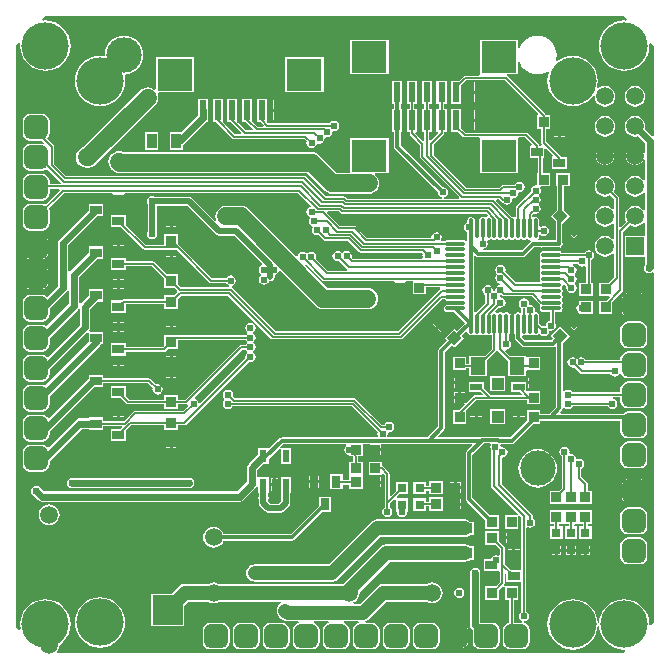
<source format=gtl>
G04*
G04 #@! TF.GenerationSoftware,Altium Limited,Altium Designer,18.1.9 (240)*
G04*
G04 Layer_Physical_Order=1*
G04 Layer_Color=255*
%FSLAX25Y25*%
%MOIN*%
G70*
G01*
G75*
%ADD19C,0.00600*%
%ADD22R,0.03500X0.03500*%
G04:AMPARAMS|DCode=23|XSize=78.74mil|YSize=78.74mil|CornerRadius=19.68mil|HoleSize=0mil|Usage=FLASHONLY|Rotation=0.000|XOffset=0mil|YOffset=0mil|HoleType=Round|Shape=RoundedRectangle|*
%AMROUNDEDRECTD23*
21,1,0.07874,0.03937,0,0,0.0*
21,1,0.03937,0.07874,0,0,0.0*
1,1,0.03937,0.01968,-0.01968*
1,1,0.03937,-0.01968,-0.01968*
1,1,0.03937,-0.01968,0.01968*
1,1,0.03937,0.01968,0.01968*
%
%ADD23ROUNDEDRECTD23*%
%ADD24R,0.03150X0.03150*%
%ADD25O,0.01181X0.06693*%
%ADD26O,0.06693X0.01181*%
%ADD27R,0.03500X0.03500*%
%ADD28R,0.02362X0.06693*%
G04:AMPARAMS|DCode=29|XSize=78.74mil|YSize=78.74mil|CornerRadius=19.68mil|HoleSize=0mil|Usage=FLASHONLY|Rotation=90.000|XOffset=0mil|YOffset=0mil|HoleType=Round|Shape=RoundedRectangle|*
%AMROUNDEDRECTD29*
21,1,0.07874,0.03937,0,0,90.0*
21,1,0.03937,0.07874,0,0,90.0*
1,1,0.03937,0.01968,0.01968*
1,1,0.03937,0.01968,-0.01968*
1,1,0.03937,-0.01968,-0.01968*
1,1,0.03937,-0.01968,0.01968*
%
%ADD29ROUNDEDRECTD29*%
%ADD30R,0.11811X0.10630*%
%ADD31R,0.05118X0.03347*%
%ADD32R,0.02362X0.04331*%
%ADD33R,0.03150X0.03937*%
%ADD34R,0.03937X0.03150*%
%ADD35R,0.03347X0.05118*%
%ADD36P,0.04950X4X90.0*%
%ADD37P,0.04950X4X360.0*%
%ADD38R,0.04724X0.05906*%
%ADD39R,0.03937X0.03937*%
%ADD40R,0.03937X0.02362*%
%ADD41R,0.03150X0.03150*%
%ADD68C,0.02400*%
%ADD69C,0.04800*%
%ADD70C,0.01968*%
%ADD71C,0.01200*%
%ADD72C,0.06000*%
%ADD73R,0.05906X0.05906*%
%ADD74C,0.05906*%
%ADD75C,0.05906*%
%ADD76R,0.09843X0.09843*%
%ADD77C,0.02400*%
%ADD78C,0.04000*%
%ADD79C,0.11811*%
%ADD80C,0.15748*%
G36*
X587500Y359194D02*
X587287Y358742D01*
X586614Y358808D01*
X584973Y358646D01*
X583394Y358168D01*
X581939Y357390D01*
X580664Y356344D01*
X579618Y355069D01*
X578840Y353614D01*
X578361Y352035D01*
X578200Y350394D01*
X578361Y348752D01*
X578840Y347174D01*
X579618Y345719D01*
X580664Y344444D01*
X581939Y343397D01*
X583394Y342620D01*
X584973Y342141D01*
X586614Y341979D01*
X588256Y342141D01*
X589834Y342620D01*
X591289Y343397D01*
X592564Y344444D01*
X593611Y345719D01*
X594388Y347174D01*
X594867Y348752D01*
X595029Y350394D01*
X594962Y351066D01*
X595414Y351280D01*
X596457Y350238D01*
Y320402D01*
X595957Y320195D01*
X593561Y322591D01*
X593564Y322599D01*
X593682Y323500D01*
X593564Y324401D01*
X593216Y325241D01*
X592662Y325962D01*
X591941Y326516D01*
X591101Y326864D01*
X590200Y326982D01*
X589299Y326864D01*
X588459Y326516D01*
X587738Y325962D01*
X587184Y325241D01*
X586836Y324401D01*
X586718Y323500D01*
X586836Y322599D01*
X587184Y321759D01*
X587738Y321038D01*
X588459Y320484D01*
X589299Y320136D01*
X590200Y320018D01*
X591101Y320136D01*
X591109Y320139D01*
X593467Y317782D01*
Y314636D01*
X592967Y314536D01*
X592779Y314989D01*
X592306Y315606D01*
X591689Y316079D01*
X590971Y316377D01*
X590700Y316412D01*
Y313500D01*
Y310588D01*
X590971Y310623D01*
X591689Y310921D01*
X592306Y311394D01*
X592779Y312011D01*
X592967Y312463D01*
X593467Y312364D01*
Y305736D01*
X592967Y305566D01*
X592662Y305962D01*
X591941Y306516D01*
X591101Y306864D01*
X590200Y306982D01*
X589299Y306864D01*
X588459Y306516D01*
X587738Y305962D01*
X587184Y305241D01*
X586836Y304401D01*
X586718Y303500D01*
X586836Y302599D01*
X587184Y301759D01*
X587738Y301038D01*
X588459Y300484D01*
X589299Y300136D01*
X590200Y300017D01*
X591101Y300136D01*
X591941Y300484D01*
X592662Y301038D01*
X592967Y301434D01*
X593467Y301264D01*
Y295736D01*
X592967Y295566D01*
X592662Y295963D01*
X591941Y296516D01*
X591101Y296864D01*
X590200Y296983D01*
X589299Y296864D01*
X588459Y296516D01*
X587738Y295963D01*
X587184Y295241D01*
X586836Y294401D01*
X586718Y293500D01*
X586836Y292599D01*
X587184Y291759D01*
X587237Y291690D01*
X585378Y289831D01*
X584916Y290022D01*
Y299600D01*
X584854Y299912D01*
X584677Y300177D01*
X584677Y300177D01*
X583163Y301690D01*
X583216Y301759D01*
X583564Y302599D01*
X583682Y303500D01*
X583564Y304401D01*
X583216Y305241D01*
X582662Y305962D01*
X581941Y306516D01*
X581101Y306864D01*
X580200Y306982D01*
X579299Y306864D01*
X578459Y306516D01*
X577738Y305962D01*
X577184Y305241D01*
X576836Y304401D01*
X576718Y303500D01*
X576836Y302599D01*
X577184Y301759D01*
X577738Y301038D01*
X578459Y300484D01*
X579299Y300136D01*
X580200Y300017D01*
X581101Y300136D01*
X581941Y300484D01*
X582010Y300537D01*
X583284Y299262D01*
Y295973D01*
X582784Y295804D01*
X582662Y295963D01*
X581941Y296516D01*
X581101Y296864D01*
X580200Y296983D01*
X579299Y296864D01*
X578459Y296516D01*
X577738Y295963D01*
X577184Y295241D01*
X576836Y294401D01*
X576718Y293500D01*
X576836Y292599D01*
X577184Y291759D01*
X577738Y291038D01*
X578459Y290484D01*
X579299Y290136D01*
X580200Y290018D01*
X581101Y290136D01*
X581941Y290484D01*
X582662Y291038D01*
X582784Y291196D01*
X583284Y291026D01*
Y285974D01*
X582784Y285804D01*
X582662Y285963D01*
X581941Y286516D01*
X581101Y286864D01*
X580200Y286982D01*
X579299Y286864D01*
X578459Y286516D01*
X577738Y285963D01*
X577184Y285241D01*
X576836Y284401D01*
X576718Y283500D01*
X576836Y282599D01*
X577184Y281759D01*
X577738Y281037D01*
X578459Y280484D01*
X579299Y280136D01*
X580200Y280017D01*
X581101Y280136D01*
X581941Y280484D01*
X582662Y281037D01*
X582784Y281196D01*
X583284Y281027D01*
Y273153D01*
X581546Y271415D01*
X578200D01*
Y266915D01*
X581608D01*
X581800Y266453D01*
X580729Y265383D01*
X578200D01*
Y260882D01*
X582700D01*
Y265047D01*
X585877Y268223D01*
X585877Y268223D01*
X586054Y268488D01*
X586116Y268800D01*
X586116Y268800D01*
Y288262D01*
X588390Y290537D01*
X588459Y290484D01*
X589299Y290136D01*
X590200Y290018D01*
X591101Y290136D01*
X591941Y290484D01*
X592662Y291038D01*
X592967Y291434D01*
X593467Y291264D01*
Y286953D01*
X586747D01*
Y280047D01*
X593467D01*
Y277215D01*
X593299Y276963D01*
X593167Y276300D01*
X593299Y275637D01*
X593674Y275074D01*
X594237Y274699D01*
X594900Y274567D01*
X595563Y274699D01*
X595957Y274961D01*
X596415Y274757D01*
X596457Y274711D01*
Y158118D01*
X596418D01*
X595471Y157171D01*
X595019Y157385D01*
X595029Y157480D01*
X594867Y159122D01*
X594388Y160700D01*
X593611Y162155D01*
X592564Y163430D01*
X591289Y164477D01*
X589834Y165254D01*
X588256Y165733D01*
X586614Y165895D01*
X584973Y165733D01*
X583394Y165254D01*
X581939Y164477D01*
X580664Y163430D01*
X579618Y162155D01*
X578840Y160700D01*
X578361Y159122D01*
X578258Y158076D01*
X577756D01*
X577653Y159122D01*
X577174Y160700D01*
X576396Y162155D01*
X575350Y163430D01*
X574075Y164477D01*
X572620Y165254D01*
X571042Y165733D01*
X569400Y165895D01*
X567758Y165733D01*
X566180Y165254D01*
X564725Y164477D01*
X563450Y163430D01*
X562404Y162155D01*
X561626Y160700D01*
X561147Y159122D01*
X560986Y157480D01*
X561147Y155839D01*
X561626Y154260D01*
X562404Y152805D01*
X563450Y151530D01*
X564725Y150484D01*
X566180Y149706D01*
X567758Y149227D01*
X569400Y149066D01*
X571042Y149227D01*
X572620Y149706D01*
X574075Y150484D01*
X575350Y151530D01*
X576396Y152805D01*
X577174Y154260D01*
X577653Y155839D01*
X577756Y156885D01*
X578258D01*
X578361Y155839D01*
X578840Y154260D01*
X579618Y152805D01*
X580664Y151530D01*
X581939Y150484D01*
X583394Y149706D01*
X584973Y149227D01*
X586614Y149066D01*
X586709Y149075D01*
X586923Y148623D01*
X586200Y147900D01*
X397856D01*
X397609Y148400D01*
X397916Y148800D01*
X398264Y149640D01*
X398375Y150484D01*
X398376Y150484D01*
X399651Y151530D01*
X400697Y152805D01*
X401475Y154260D01*
X401954Y155839D01*
X402115Y157480D01*
X401954Y159122D01*
X401475Y160700D01*
X400697Y162155D01*
X399651Y163430D01*
X398376Y164477D01*
X396921Y165254D01*
X395342Y165733D01*
X393701Y165895D01*
X392059Y165733D01*
X390481Y165254D01*
X389026Y164477D01*
X387751Y163430D01*
X386704Y162155D01*
X385927Y160700D01*
X385448Y159122D01*
X385286Y157480D01*
X385446Y155861D01*
X385417Y155829D01*
X384968Y155632D01*
X383858Y156742D01*
Y350394D01*
X384917Y351453D01*
X385369Y351239D01*
X385286Y350394D01*
X385448Y348752D01*
X385927Y347174D01*
X386704Y345719D01*
X387751Y344444D01*
X389026Y343397D01*
X390481Y342620D01*
X392059Y342141D01*
X393701Y341979D01*
X395342Y342141D01*
X396921Y342620D01*
X398376Y343397D01*
X399651Y344444D01*
X400697Y345719D01*
X401475Y347174D01*
X401954Y348752D01*
X402115Y350394D01*
X401954Y352035D01*
X401475Y353614D01*
X400697Y355069D01*
X399651Y356344D01*
X398376Y357390D01*
X396921Y358168D01*
X395342Y358646D01*
X393701Y358808D01*
X392855Y358725D01*
X392641Y359177D01*
X393701Y360236D01*
X586458D01*
X587500Y359194D01*
D02*
G37*
%LPC*%
G36*
X557680Y353707D02*
X556425Y353584D01*
X555217Y353217D01*
X554104Y352623D01*
X553129Y351822D01*
X552329Y350847D01*
X551734Y349734D01*
X551721Y349693D01*
X551221Y349767D01*
Y352426D01*
X538410D01*
Y340916D01*
X538410Y340796D01*
X538122Y340416D01*
X533700D01*
X533700Y340416D01*
X533388Y340354D01*
X533123Y340177D01*
X531593Y338647D01*
X528961D01*
Y330954D01*
X532324D01*
Y337070D01*
X534038Y338784D01*
X546862D01*
X558035Y327612D01*
X557843Y327150D01*
X557476D01*
Y322650D01*
X558910D01*
Y318074D01*
X558910Y318074D01*
X558972Y317762D01*
X559097Y317575D01*
X558950Y317075D01*
X558349D01*
X558313Y317252D01*
X558137Y317517D01*
X558137Y317517D01*
X554487Y321166D01*
X554223Y321343D01*
X553910Y321405D01*
X553910Y321405D01*
X533738D01*
X532324Y322819D01*
Y329346D01*
X528961D01*
Y321654D01*
X531182D01*
X532823Y320013D01*
X532823Y320013D01*
X533088Y319836D01*
X533400Y319774D01*
X533400Y319774D01*
X538022D01*
X538410Y319504D01*
X538410Y319274D01*
Y307874D01*
X551221D01*
Y319274D01*
X551221Y319504D01*
X551610Y319774D01*
X553573D01*
X555810Y317537D01*
X555618Y317075D01*
X555091D01*
Y312925D01*
X557827D01*
Y307950D01*
X557476D01*
Y304120D01*
X557127Y303833D01*
X556463Y303701D01*
X555901Y303326D01*
X555525Y302763D01*
X555394Y302100D01*
X555490Y301616D01*
X550644Y296771D01*
X550468Y296507D01*
X550406Y296195D01*
X550406Y296194D01*
Y293398D01*
X550345Y293347D01*
X549911Y293178D01*
X549897Y293182D01*
X549678Y293328D01*
X549302Y293403D01*
X544021Y298684D01*
X544228Y299184D01*
X544762D01*
X545466Y298481D01*
X545466Y298481D01*
X545730Y298304D01*
X545945Y298261D01*
X546232Y297832D01*
X546794Y297456D01*
X547457Y297324D01*
X548121Y297456D01*
X548683Y297832D01*
X549059Y298394D01*
X549191Y299057D01*
X549182Y299100D01*
X549536Y299454D01*
X549579Y299445D01*
X550242Y299577D01*
X550804Y299953D01*
X551180Y300515D01*
X551312Y301179D01*
X551303Y301222D01*
X551657Y301575D01*
X551700Y301567D01*
X552363Y301699D01*
X552926Y302074D01*
X553301Y302637D01*
X553433Y303300D01*
X553301Y303963D01*
X552926Y304526D01*
X552363Y304901D01*
X551700Y305033D01*
X551037Y304901D01*
X550474Y304526D01*
X550119Y303994D01*
X546094D01*
X545782Y303932D01*
X545518Y303755D01*
X545518Y303755D01*
X544857Y303094D01*
X533859D01*
X523116Y313838D01*
Y317362D01*
X526298Y320545D01*
X526298Y320545D01*
X526475Y320809D01*
X526537Y321121D01*
Y321654D01*
X527402D01*
Y329346D01*
X526537D01*
Y330954D01*
X527402D01*
Y338647D01*
X524040D01*
Y330954D01*
X524906D01*
Y329346D01*
X524040D01*
Y321654D01*
X524393D01*
X524600Y321153D01*
X522116Y318669D01*
X521616Y318876D01*
Y321654D01*
X522481D01*
Y329346D01*
X521616D01*
Y330954D01*
X522481D01*
Y338647D01*
X519119D01*
Y330954D01*
X519984D01*
Y329346D01*
X519119D01*
Y321654D01*
X519984D01*
Y318876D01*
X519484Y318669D01*
X517000Y321153D01*
X517207Y321654D01*
X517560D01*
Y329346D01*
X516694D01*
Y330954D01*
X517560D01*
Y338647D01*
X514198D01*
Y330954D01*
X515063D01*
Y329346D01*
X514198D01*
Y321654D01*
X515063D01*
Y321121D01*
X515063Y321121D01*
X515125Y320809D01*
X515302Y320545D01*
X518484Y317362D01*
Y313389D01*
X518484Y313389D01*
X518546Y313077D01*
X518723Y312812D01*
X531682Y299853D01*
X531475Y299353D01*
X526682D01*
X526632Y299853D01*
X526863Y299899D01*
X527426Y300274D01*
X527801Y300837D01*
X527933Y301500D01*
X527801Y302163D01*
X527426Y302726D01*
X526863Y303101D01*
X526200Y303233D01*
X526077Y303209D01*
X512079Y317207D01*
Y321654D01*
X512639D01*
Y329346D01*
X512079D01*
Y330954D01*
X512639D01*
Y338647D01*
X509276D01*
Y330954D01*
X509836D01*
Y329346D01*
X509276D01*
Y321654D01*
X509836D01*
Y316743D01*
X509836Y316742D01*
X509921Y316313D01*
X510164Y315950D01*
X524491Y301623D01*
X524467Y301500D01*
X524599Y300837D01*
X524974Y300274D01*
X525537Y299899D01*
X525768Y299853D01*
X525718Y299353D01*
X494323D01*
X493799Y299877D01*
X493535Y300054D01*
X493223Y300116D01*
X493223Y300116D01*
X487338D01*
X480601Y306853D01*
X480336Y307029D01*
X480024Y307091D01*
X480024Y307091D01*
X400562D01*
X396666Y310988D01*
Y316650D01*
X396666Y316650D01*
X396604Y316962D01*
X396427Y317227D01*
X396427Y317227D01*
X394335Y319319D01*
X394348Y319452D01*
X394894Y320268D01*
X395085Y321232D01*
Y325168D01*
X394894Y326132D01*
X394348Y326948D01*
X393532Y327494D01*
X392568Y327685D01*
X388632D01*
X387668Y327494D01*
X386852Y326948D01*
X386306Y326132D01*
X386115Y325168D01*
Y321232D01*
X386306Y320268D01*
X386852Y319452D01*
X387668Y318906D01*
X388632Y318715D01*
X392568D01*
X392621Y318725D01*
X393296Y318051D01*
X393050Y317590D01*
X392568Y317685D01*
X388632D01*
X387668Y317494D01*
X386852Y316948D01*
X386306Y316132D01*
X386115Y315168D01*
Y311231D01*
X386306Y310268D01*
X386852Y309452D01*
X387668Y308906D01*
X388632Y308715D01*
X392568D01*
X393532Y308906D01*
X394196Y309350D01*
X398777Y304769D01*
X398586Y304308D01*
X395085D01*
Y305169D01*
X394894Y306132D01*
X394348Y306948D01*
X393532Y307494D01*
X392568Y307685D01*
X388632D01*
X387668Y307494D01*
X386852Y306948D01*
X386306Y306132D01*
X386115Y305169D01*
Y301232D01*
X386306Y300268D01*
X386852Y299452D01*
X387668Y298906D01*
X388632Y298715D01*
X392568D01*
X393532Y298906D01*
X394348Y299452D01*
X394894Y300268D01*
X395085Y301232D01*
Y302676D01*
X398269D01*
X398461Y302214D01*
X393657Y297410D01*
X393532Y297494D01*
X392568Y297685D01*
X388632D01*
X387668Y297494D01*
X386852Y296948D01*
X386306Y296132D01*
X386115Y295168D01*
Y291231D01*
X386306Y290268D01*
X386852Y289452D01*
X387668Y288906D01*
X388632Y288715D01*
X392568D01*
X393532Y288906D01*
X394348Y289452D01*
X394894Y290268D01*
X395085Y291231D01*
Y295168D01*
X394894Y296132D01*
X394810Y296257D01*
X399838Y301284D01*
X415703D01*
X416072Y300966D01*
X416072Y300784D01*
Y299891D01*
X418040D01*
X420009D01*
Y300784D01*
X420009Y300966D01*
X420377Y301284D01*
X477957D01*
X482148Y297093D01*
X481983Y296550D01*
X481737Y296501D01*
X481174Y296126D01*
X480799Y295563D01*
X480667Y294900D01*
X480799Y294237D01*
X481174Y293674D01*
X481737Y293299D01*
X481836Y292769D01*
X481699Y292563D01*
X481567Y291900D01*
X481699Y291237D01*
X482074Y290674D01*
X482637Y290299D01*
X482736Y289769D01*
X482599Y289563D01*
X482467Y288900D01*
X482599Y288237D01*
X482974Y287674D01*
X483537Y287299D01*
X484200Y287167D01*
X484743Y287275D01*
X486395Y285623D01*
X486395Y285623D01*
X486659Y285446D01*
X486972Y285384D01*
X486972Y285384D01*
X494551D01*
X498285Y281650D01*
X498285Y281650D01*
X498550Y281473D01*
X498862Y281411D01*
X498862Y281411D01*
X519126D01*
X519455Y281044D01*
X519367Y280600D01*
X519499Y279937D01*
X519565Y279837D01*
X519298Y279337D01*
X496117D01*
X495737Y279716D01*
X495833Y280200D01*
X495701Y280863D01*
X495326Y281426D01*
X494763Y281801D01*
X494100Y281933D01*
X493437Y281801D01*
X492911Y281450D01*
X492759Y281389D01*
X492441D01*
X492289Y281450D01*
X491763Y281801D01*
X491100Y281933D01*
X490437Y281801D01*
X489874Y281426D01*
X489499Y280863D01*
X489367Y280200D01*
X489499Y279537D01*
X489874Y278974D01*
X490437Y278599D01*
X491100Y278467D01*
X491584Y278563D01*
X494170Y275976D01*
X494171Y275976D01*
X494284Y275900D01*
X494133Y275400D01*
X487954D01*
X483937Y279416D01*
X484033Y279900D01*
X483901Y280563D01*
X483526Y281126D01*
X482963Y281501D01*
X482300Y281633D01*
X481637Y281501D01*
X481180Y281196D01*
X480850Y281154D01*
X480520Y281196D01*
X480063Y281501D01*
X479400Y281633D01*
X478737Y281501D01*
X478174Y281126D01*
X477799Y280563D01*
X477755Y280345D01*
X477213Y280180D01*
X461396Y295996D01*
X460665Y296557D01*
X459814Y296910D01*
X458900Y297030D01*
X453900D01*
X452986Y296910D01*
X452135Y296557D01*
X451404Y295996D01*
X450843Y295265D01*
X450490Y294414D01*
X450370Y293500D01*
X450490Y292586D01*
X450581Y292366D01*
X450157Y292083D01*
X442633Y299607D01*
X442142Y299935D01*
X441563Y300050D01*
X441563Y300050D01*
X430058D01*
X429926Y300138D01*
X429263Y300270D01*
X428600Y300138D01*
X428037Y299763D01*
X427662Y299200D01*
X427530Y298537D01*
X427662Y297874D01*
X427750Y297742D01*
Y288495D01*
X427662Y288363D01*
X427530Y287700D01*
X427662Y287037D01*
X428037Y286474D01*
X428600Y286099D01*
X429263Y285967D01*
X429926Y286099D01*
X430489Y286474D01*
X430864Y287037D01*
X430996Y287700D01*
X430864Y288363D01*
X430776Y288495D01*
Y297024D01*
X440936D01*
X450430Y287530D01*
X450430Y287530D01*
X450921Y287202D01*
X451500Y287087D01*
X456573D01*
X465879Y277781D01*
X465726Y277227D01*
X465274Y276926D01*
X464899Y276363D01*
X464767Y275700D01*
X464899Y275037D01*
X465274Y274474D01*
X465459Y274351D01*
Y273749D01*
X465274Y273626D01*
X464899Y273063D01*
X464767Y272400D01*
X464899Y271737D01*
X465274Y271174D01*
X465837Y270799D01*
X466500Y270667D01*
X467163Y270799D01*
X467726Y271174D01*
X468101Y271737D01*
X468273Y271852D01*
X468600Y271787D01*
X469179Y271902D01*
X469670Y272230D01*
X469998Y272721D01*
X470113Y273300D01*
Y274029D01*
X470463Y274099D01*
X471026Y274474D01*
X471401Y275037D01*
X471445Y275255D01*
X471987Y275420D01*
X483804Y263604D01*
X484535Y263043D01*
X485386Y262690D01*
X486300Y262570D01*
X501000D01*
X501914Y262690D01*
X502765Y263043D01*
X503496Y263604D01*
X504057Y264335D01*
X504410Y265186D01*
X504530Y266100D01*
X504410Y267014D01*
X504057Y267865D01*
X503496Y268596D01*
X502765Y269157D01*
X501914Y269510D01*
X501000Y269630D01*
X487762D01*
X480065Y277327D01*
X480219Y277881D01*
X480256Y277890D01*
X486107Y272039D01*
X486107Y272039D01*
X486372Y271862D01*
X486684Y271800D01*
X486684Y271800D01*
X509745D01*
X510100Y271450D01*
X510100Y271300D01*
Y270200D01*
X511850D01*
X513600D01*
Y271300D01*
X513600Y271450D01*
X513955Y271800D01*
X516100D01*
Y267450D01*
X520600D01*
Y269832D01*
X525164D01*
X525316Y269332D01*
X525202Y269255D01*
X525202Y269255D01*
X511162Y255216D01*
X470588D01*
X456127Y269677D01*
X455862Y269854D01*
X455748Y269876D01*
X455748Y270386D01*
X456063Y270449D01*
X456626Y270824D01*
X457001Y271387D01*
X457133Y272050D01*
X457001Y272713D01*
X456626Y273276D01*
X456063Y273651D01*
X455400Y273783D01*
X454737Y273651D01*
X454174Y273276D01*
X453900Y272866D01*
X449238D01*
X438327Y283777D01*
X437850Y284254D01*
Y287600D01*
X433350D01*
Y284016D01*
X427089D01*
X420509Y290596D01*
Y293986D01*
X415572D01*
Y289836D01*
X418961D01*
X426174Y282623D01*
X426174Y282623D01*
X426439Y282446D01*
X426751Y282384D01*
X437412D01*
X448323Y271473D01*
X448323Y271473D01*
X448588Y271296D01*
X448900Y271234D01*
X448900Y271234D01*
X453900D01*
X454174Y270824D01*
X454737Y270449D01*
X454902Y270416D01*
X454853Y269916D01*
X438748D01*
X437850Y270813D01*
Y274160D01*
X434094D01*
X430013Y278241D01*
X429748Y278418D01*
X429436Y278480D01*
X429436Y278480D01*
X420509D01*
Y279739D01*
X415572D01*
Y275589D01*
X420509D01*
Y276848D01*
X429098D01*
X433350Y272597D01*
Y269660D01*
X436696D01*
X437563Y268794D01*
X437597Y268121D01*
X436696Y267220D01*
X433350D01*
Y265786D01*
X419593D01*
X419281Y265724D01*
X419016Y265547D01*
X419016Y265547D01*
X418961Y265492D01*
X415572D01*
Y261342D01*
X420509D01*
Y264154D01*
X433350D01*
Y262720D01*
X437850D01*
Y266067D01*
X438868Y267084D01*
X454678D01*
X469039Y252723D01*
X469039Y252723D01*
X469304Y252546D01*
X469616Y252484D01*
X469616Y252484D01*
X512200D01*
X512200Y252484D01*
X512512Y252546D01*
X512777Y252723D01*
X525948Y265895D01*
X526857D01*
X527116Y265722D01*
X527159Y265406D01*
X527150Y265242D01*
X530355D01*
Y264242D01*
X527150D01*
X527159Y264077D01*
X527116Y263762D01*
X526813Y263560D01*
X526572Y263199D01*
X526487Y262773D01*
X526572Y262348D01*
X526813Y261987D01*
X527174Y261746D01*
X527599Y261661D01*
X529881D01*
X533526Y258016D01*
X530796Y255286D01*
X529998Y256084D01*
X526816Y252902D01*
X527614Y252104D01*
X524807Y249297D01*
X524564Y248933D01*
X524478Y248504D01*
X524478Y248504D01*
Y223365D01*
X520935Y219822D01*
X507892D01*
X507624Y220321D01*
X507701Y220437D01*
X507825Y221057D01*
X507889Y221207D01*
X508114Y221432D01*
X508264Y221497D01*
X508885Y221620D01*
X509447Y221996D01*
X509823Y222558D01*
X509955Y223221D01*
X509823Y223885D01*
X509447Y224447D01*
X508885Y224823D01*
X508221Y224955D01*
X507558Y224823D01*
X506996Y224447D01*
X506722Y224037D01*
X505872D01*
X497232Y232677D01*
X496968Y232854D01*
X496656Y232916D01*
X496656Y232916D01*
X456738D01*
X456137Y233516D01*
X456233Y234000D01*
X456101Y234663D01*
X455726Y235226D01*
X455163Y235601D01*
X454500Y235733D01*
X453837Y235601D01*
X453274Y235226D01*
X452899Y234663D01*
X452767Y234000D01*
X452899Y233337D01*
X453274Y232774D01*
X453311Y232750D01*
Y232250D01*
X453274Y232226D01*
X452899Y231663D01*
X452767Y231000D01*
X452899Y230337D01*
X453274Y229774D01*
X453837Y229399D01*
X454500Y229267D01*
X455163Y229399D01*
X455726Y229774D01*
X456000Y230184D01*
X495862D01*
X504463Y221584D01*
X504367Y221100D01*
X504499Y220437D01*
X504576Y220321D01*
X504308Y219822D01*
X472500D01*
X472500Y219822D01*
X472071Y219736D01*
X471707Y219493D01*
X471707Y219493D01*
X468486Y216272D01*
X468041Y216106D01*
Y216106D01*
X468041Y216106D01*
X464679D01*
Y214210D01*
X461374Y210906D01*
X460999Y210344D01*
X460867Y209680D01*
Y205018D01*
X457682Y201833D01*
X393118D01*
X392426Y202526D01*
X392066Y202766D01*
X391826Y203126D01*
X391263Y203501D01*
X390600Y203633D01*
X389937Y203501D01*
X389374Y203126D01*
X388999Y202563D01*
X388867Y201900D01*
X388999Y201237D01*
X389374Y200674D01*
X389734Y200434D01*
X389974Y200074D01*
X391174Y198874D01*
X391737Y198499D01*
X392400Y198367D01*
X392400Y198367D01*
X458400D01*
X459063Y198499D01*
X459626Y198874D01*
X463826Y203074D01*
X464179Y203603D01*
X464215Y203608D01*
X464679Y203312D01*
Y201326D01*
X464847D01*
Y200468D01*
X464732Y200296D01*
X464600Y199633D01*
X464732Y198970D01*
X464847Y198798D01*
Y197840D01*
X464847Y197840D01*
X464962Y197261D01*
X465290Y196770D01*
X466930Y195130D01*
X466930Y195130D01*
X467421Y194802D01*
X468000Y194687D01*
X468000Y194687D01*
X472200D01*
X472200Y194687D01*
X472779Y194802D01*
X473270Y195130D01*
X474910Y196770D01*
X474910Y196770D01*
X475238Y197261D01*
X475353Y197840D01*
Y201326D01*
X475521D01*
Y206657D01*
X472159D01*
Y201326D01*
X472327D01*
Y198467D01*
X471573Y197713D01*
X468627D01*
X467873Y198467D01*
Y198878D01*
X467934Y198970D01*
X468066Y199633D01*
X467934Y200296D01*
X467873Y200388D01*
Y201326D01*
X468041D01*
Y206657D01*
X464833D01*
X464679Y206657D01*
X464333Y207014D01*
Y208962D01*
X466146Y210775D01*
X468041D01*
Y212655D01*
X471777Y216391D01*
X472159Y216066D01*
X472159Y215622D01*
Y210775D01*
X475521D01*
Y216106D01*
X472657D01*
X472199Y216106D01*
X471873Y216487D01*
X472965Y217579D01*
X493851D01*
X494003Y217078D01*
X493774Y216926D01*
X493399Y216363D01*
X493267Y215700D01*
X493399Y215037D01*
X493774Y214474D01*
X494337Y214099D01*
X494900Y213987D01*
Y213450D01*
X496097D01*
X496334Y213212D01*
Y211692D01*
X494900D01*
Y207666D01*
X494900Y207192D01*
X494900Y206692D01*
Y205731D01*
X492715D01*
Y207509D01*
X488565D01*
Y202572D01*
X492715D01*
Y204100D01*
X494900D01*
Y202666D01*
X499400D01*
Y206692D01*
X499400Y207166D01*
X499400Y207666D01*
Y211692D01*
X497966D01*
Y213450D01*
X499400D01*
Y217579D01*
X501453D01*
X501900Y217450D01*
X501900Y217078D01*
Y216200D01*
X505400D01*
Y217450D01*
X505847Y217579D01*
X521400D01*
X521400Y217578D01*
X521400Y217579D01*
X535739D01*
X535930Y217116D01*
X534107Y215293D01*
X533864Y214929D01*
X533778Y214500D01*
X533778Y214500D01*
Y199215D01*
X533778Y199215D01*
X533864Y198786D01*
X534107Y198422D01*
X540293Y192236D01*
Y189322D01*
X544793D01*
Y193822D01*
X541879D01*
X536022Y199680D01*
Y214035D01*
X539765Y217778D01*
X541906D01*
X542141Y217337D01*
X542092Y217263D01*
X541960Y216600D01*
X542092Y215937D01*
X542261Y215684D01*
Y203565D01*
X542261Y203565D01*
X542323Y203252D01*
X542500Y202988D01*
X551166Y194322D01*
X550959Y193822D01*
X546793D01*
Y189322D01*
X551293D01*
Y193487D01*
X551793Y193694D01*
X552343Y193145D01*
Y176118D01*
X552302Y175635D01*
X551843Y175635D01*
X548912D01*
X546802Y177745D01*
Y182857D01*
X546802Y182857D01*
X546740Y183169D01*
X546563Y183433D01*
X546563Y183434D01*
X544793Y185204D01*
Y188550D01*
X540293D01*
Y184050D01*
X543640D01*
X545171Y182519D01*
Y180597D01*
X544671Y180330D01*
X544563Y180401D01*
X543900Y180533D01*
X543237Y180401D01*
X542674Y180026D01*
X542299Y179463D01*
X542281Y179375D01*
X539885D01*
Y175225D01*
X544822D01*
X545171Y174870D01*
Y171592D01*
X543828Y170250D01*
X540293D01*
Y165750D01*
X544793D01*
Y168908D01*
X546169Y170283D01*
X546328Y170285D01*
X546793Y169832D01*
X546793Y169770D01*
Y165750D01*
X548228D01*
Y157997D01*
X547711Y157894D01*
X546894Y157348D01*
X546349Y156532D01*
X546157Y155569D01*
Y151631D01*
X546349Y150668D01*
X546894Y149852D01*
X547711Y149306D01*
X548674Y149115D01*
X552611D01*
X553574Y149306D01*
X554391Y149852D01*
X554936Y150668D01*
X555128Y151631D01*
Y155569D01*
X554936Y156532D01*
X554391Y157348D01*
X553574Y157894D01*
X553110Y157986D01*
X553158Y158467D01*
X553822Y158599D01*
X554384Y158974D01*
X554760Y159537D01*
X554892Y160200D01*
X554760Y160863D01*
X554384Y161426D01*
X553974Y161700D01*
Y189640D01*
X554474Y189907D01*
X554637Y189799D01*
X555300Y189667D01*
X555963Y189799D01*
X556526Y190174D01*
X556901Y190737D01*
X557033Y191400D01*
X556901Y192063D01*
X556526Y192626D01*
X556116Y192900D01*
Y193500D01*
X556054Y193812D01*
X555877Y194077D01*
X555877Y194077D01*
X545771Y204183D01*
Y212879D01*
X546000Y213067D01*
X546663Y213199D01*
X547226Y213574D01*
X547601Y214137D01*
X547733Y214800D01*
X547601Y215463D01*
X547226Y216026D01*
X546663Y216401D01*
X546000Y216533D01*
X545880Y216509D01*
X545364Y216916D01*
X545331Y217078D01*
X545640Y217579D01*
X549043D01*
X549043Y217578D01*
X549473Y217664D01*
X549836Y217907D01*
X556229Y224300D01*
X558635D01*
Y225429D01*
X562106D01*
X562107Y225428D01*
X562303Y225468D01*
X562500Y225429D01*
X585315D01*
Y222031D01*
X585506Y221068D01*
X586052Y220252D01*
X586868Y219706D01*
X587831Y219515D01*
X591769D01*
X592732Y219706D01*
X593548Y220252D01*
X594094Y221068D01*
X594285Y222031D01*
Y225969D01*
X594094Y226932D01*
X593548Y227748D01*
X592732Y228294D01*
X591769Y228485D01*
X587831D01*
X586868Y228294D01*
X586052Y227748D01*
X586001Y227672D01*
X565467D01*
X565276Y228134D01*
X565793Y228650D01*
X565793Y228650D01*
X566036Y229014D01*
X566122Y229444D01*
X566122Y229444D01*
Y229702D01*
X566622Y229853D01*
X566674Y229774D01*
X567237Y229399D01*
X567900Y229267D01*
X568563Y229399D01*
X569126Y229774D01*
X569400Y230184D01*
X581100D01*
X581374Y229774D01*
X581937Y229399D01*
X582600Y229267D01*
X583263Y229399D01*
X583826Y229774D01*
X584201Y230337D01*
X584333Y231000D01*
X584201Y231663D01*
X583826Y232226D01*
X583290Y232584D01*
X583263Y232601D01*
X582851Y232732D01*
X582851Y232735D01*
X582974Y233184D01*
X585315D01*
Y232031D01*
X585506Y231068D01*
X586052Y230252D01*
X586868Y229706D01*
X587831Y229515D01*
X591769D01*
X592732Y229706D01*
X593548Y230252D01*
X594094Y231068D01*
X594285Y232031D01*
Y235968D01*
X594094Y236932D01*
X593548Y237748D01*
X592732Y238294D01*
X591769Y238485D01*
X587831D01*
X586868Y238294D01*
X586052Y237748D01*
X585506Y236932D01*
X585315Y235968D01*
Y234816D01*
X569400D01*
X569126Y235226D01*
X568563Y235601D01*
X567900Y235733D01*
X567237Y235601D01*
X566674Y235226D01*
X566622Y235147D01*
X566122Y235298D01*
Y251240D01*
X568484Y253602D01*
X565302Y256784D01*
X562120Y253602D01*
X562918Y252804D01*
X562335Y252221D01*
X553665D01*
X552695Y253191D01*
X552651Y253410D01*
X552771Y253823D01*
X552843Y253856D01*
X553190Y253787D01*
X553615Y253872D01*
X553834Y254018D01*
X554174Y254078D01*
X554514Y254018D01*
X554733Y253872D01*
X555158Y253787D01*
X555584Y253872D01*
X555802Y254018D01*
X556143Y254078D01*
X556483Y254018D01*
X556701Y253872D01*
X557127Y253787D01*
X557552Y253872D01*
X557913Y254113D01*
X557930Y254139D01*
X558532D01*
X558574Y254074D01*
X559137Y253699D01*
X559800Y253567D01*
X560463Y253699D01*
X561026Y254074D01*
X561401Y254637D01*
X561533Y255300D01*
X562023Y255402D01*
X562200Y255367D01*
X562863Y255499D01*
X563426Y255874D01*
X563801Y256437D01*
X563933Y257100D01*
X563801Y257763D01*
X563642Y258001D01*
Y261661D01*
X565001D01*
X565426Y261746D01*
X565787Y261987D01*
X566028Y262348D01*
X566113Y262773D01*
X566028Y263199D01*
X565882Y263418D01*
X565822Y263757D01*
X565882Y264097D01*
X566028Y264316D01*
X566113Y264742D01*
X566028Y265167D01*
X565787Y265528D01*
Y265924D01*
X566028Y266285D01*
X566113Y266710D01*
X566028Y267136D01*
X565882Y267354D01*
X565822Y267694D01*
X565882Y268035D01*
X566028Y268253D01*
X566113Y268679D01*
X566028Y269104D01*
X565787Y269465D01*
Y269861D01*
X566028Y270222D01*
X566113Y270647D01*
X566093Y270746D01*
X566554Y270993D01*
X567363Y270184D01*
X567267Y269700D01*
X567399Y269037D01*
X567774Y268474D01*
X568337Y268099D01*
X569000Y267967D01*
X569663Y268099D01*
X570226Y268474D01*
X570601Y269037D01*
X570733Y269700D01*
X570601Y270363D01*
X570296Y270820D01*
X570254Y271150D01*
X570296Y271480D01*
X570601Y271937D01*
X570733Y272600D01*
X570601Y273263D01*
X570296Y273720D01*
X570254Y274050D01*
X570296Y274380D01*
X570601Y274837D01*
X570733Y275500D01*
X570601Y276163D01*
X570226Y276726D01*
X569663Y277101D01*
X569517Y277130D01*
X569498Y277644D01*
X569675Y277694D01*
X569721Y277684D01*
X569721Y277684D01*
X571117D01*
X571425Y277224D01*
X571987Y276848D01*
X572651Y276716D01*
X573314Y276848D01*
X573484Y276962D01*
X573984Y276695D01*
Y271415D01*
X571700D01*
Y266915D01*
X576200D01*
Y271415D01*
X575616D01*
Y278990D01*
X576026Y279264D01*
X576401Y279826D01*
X576533Y280490D01*
X576401Y281153D01*
X576026Y281715D01*
X575463Y282091D01*
X574800Y282223D01*
X574137Y282091D01*
X573574Y281715D01*
X573300Y281305D01*
X565743D01*
X565484Y281478D01*
X565441Y281794D01*
X565450Y281958D01*
X562245D01*
X559040D01*
X559049Y281794D01*
X559005Y281478D01*
X558703Y281276D01*
X558462Y280915D01*
X558377Y280490D01*
X558462Y280064D01*
X558703Y279703D01*
Y279308D01*
X558462Y278947D01*
X558377Y278521D01*
X558462Y278096D01*
X558608Y277877D01*
X558668Y277537D01*
X558608Y277197D01*
X558462Y276978D01*
X558377Y276553D01*
X558462Y276127D01*
X558703Y275766D01*
Y275371D01*
X558462Y275010D01*
X558377Y274584D01*
X558462Y274159D01*
X558608Y273940D01*
X558668Y273600D01*
X558608Y273260D01*
X558462Y273041D01*
X558377Y272616D01*
X558462Y272190D01*
X558614Y271963D01*
X558443Y271523D01*
X558392Y271463D01*
X550706D01*
X546953Y275216D01*
X547049Y275700D01*
X546917Y276363D01*
X546541Y276926D01*
X545979Y277301D01*
X545316Y277433D01*
X544653Y277301D01*
X544090Y276926D01*
X543714Y276363D01*
X543582Y275700D01*
X543714Y275037D01*
X544020Y274580D01*
X544062Y274250D01*
X544020Y273920D01*
X543714Y273463D01*
X543582Y272800D01*
X543714Y272137D01*
X544090Y271574D01*
X544653Y271199D01*
X545217Y271086D01*
Y270577D01*
X544653Y270464D01*
X544090Y270089D01*
X543714Y269526D01*
X543599Y268945D01*
X543520Y268825D01*
X543281Y268760D01*
X542775Y269100D01*
X542695Y269506D01*
X542319Y270069D01*
X541756Y270444D01*
X541093Y270576D01*
X540430Y270444D01*
X539868Y270069D01*
X539492Y269506D01*
X539360Y268843D01*
X539492Y268180D01*
X539868Y267617D01*
X540277Y267343D01*
Y264531D01*
X537227Y261480D01*
X537095Y261454D01*
X536837Y261574D01*
X536595Y261758D01*
Y280166D01*
X537057Y280357D01*
X537107Y280307D01*
X537107Y280307D01*
X537471Y280064D01*
X537900Y279978D01*
X537900Y279978D01*
X552900D01*
X552900Y279978D01*
X553329Y280064D01*
X553693Y280307D01*
X556691Y283305D01*
X558779D01*
X558928Y282958D01*
X562245D01*
X565450D01*
X565441Y283123D01*
X565484Y283438D01*
X565787Y283641D01*
X566028Y284001D01*
X566113Y284427D01*
X566028Y284852D01*
X566022Y284862D01*
Y291034D01*
X568484Y293496D01*
X566423Y295557D01*
Y303450D01*
X568476D01*
Y307950D01*
X563976D01*
Y303450D01*
X564180D01*
Y295557D01*
X562120Y293496D01*
X563778Y291838D01*
Y285548D01*
X558133D01*
X557996Y285831D01*
X557943Y286048D01*
X558154Y286364D01*
X558239Y286789D01*
Y287109D01*
X558243Y287113D01*
X558739Y287331D01*
X559137Y287065D01*
X559800Y286933D01*
X560463Y287065D01*
X561026Y287440D01*
X561401Y288003D01*
X561533Y288666D01*
X561401Y289329D01*
X561026Y289892D01*
X560463Y290267D01*
X559800Y290399D01*
X559137Y290267D01*
X558739Y290002D01*
X558243Y290219D01*
X558239Y290223D01*
Y292301D01*
X558154Y292726D01*
X557913Y293087D01*
X557552Y293328D01*
X557127Y293413D01*
X556701Y293328D01*
X556483Y293182D01*
X556469Y293178D01*
X556034Y293347D01*
X556021Y293868D01*
X556616Y294463D01*
X557100Y294367D01*
X557763Y294499D01*
X558326Y294874D01*
X558701Y295437D01*
X558833Y296100D01*
X558701Y296763D01*
X558326Y297326D01*
X558289Y297350D01*
Y297850D01*
X558326Y297874D01*
X558701Y298437D01*
X558833Y299100D01*
X558701Y299763D01*
X558358Y300277D01*
X558302Y300449D01*
Y300841D01*
X558352Y300874D01*
X558728Y301437D01*
X558860Y302100D01*
X558728Y302763D01*
X558603Y302950D01*
X558871Y303450D01*
X561976D01*
Y307950D01*
X559458D01*
Y312925D01*
X560028D01*
Y315965D01*
X560490Y316156D01*
X562850Y313797D01*
X562659Y313335D01*
X562572D01*
Y309185D01*
X567509D01*
Y313335D01*
X565572D01*
X565477Y313477D01*
X560541Y318412D01*
Y322650D01*
X561976D01*
Y327150D01*
X560526D01*
X560479Y327386D01*
X560302Y327651D01*
X547777Y340177D01*
X547598Y340296D01*
X547644Y340699D01*
X547681Y340796D01*
X551221D01*
Y344775D01*
X551721Y344849D01*
X551734Y344808D01*
X552329Y343695D01*
X553129Y342720D01*
X554104Y341919D01*
X555217Y341324D01*
X556425Y340958D01*
X557680Y340834D01*
X558936Y340958D01*
X560144Y341324D01*
X561116Y341844D01*
X561500Y341580D01*
X561541Y341523D01*
X561147Y340224D01*
X560986Y338583D01*
X561147Y336941D01*
X561626Y335363D01*
X562404Y333908D01*
X563450Y332633D01*
X564725Y331586D01*
X566180Y330809D01*
X567758Y330330D01*
X569400Y330168D01*
X571042Y330330D01*
X572620Y330809D01*
X574075Y331586D01*
X575350Y332633D01*
X576242Y333720D01*
X576719Y333513D01*
X576718Y333500D01*
X576836Y332599D01*
X577184Y331759D01*
X577738Y331037D01*
X578459Y330484D01*
X579299Y330136D01*
X580200Y330017D01*
X581101Y330136D01*
X581941Y330484D01*
X582662Y331037D01*
X583216Y331759D01*
X583564Y332599D01*
X583682Y333500D01*
X583564Y334401D01*
X583216Y335241D01*
X582662Y335963D01*
X581941Y336516D01*
X581101Y336864D01*
X580200Y336982D01*
X579299Y336864D01*
X578459Y336516D01*
X577921Y336104D01*
X577490Y336403D01*
X577653Y336941D01*
X577814Y338583D01*
X577653Y340224D01*
X577174Y341803D01*
X576396Y343257D01*
X575350Y344533D01*
X574075Y345579D01*
X572620Y346357D01*
X571042Y346835D01*
X569400Y346997D01*
X567758Y346835D01*
X566180Y346357D01*
X564725Y345579D01*
X564270Y345206D01*
X563836Y345496D01*
X563993Y346015D01*
X564117Y347271D01*
X563993Y348527D01*
X563627Y349734D01*
X563032Y350847D01*
X562232Y351822D01*
X561256Y352623D01*
X560144Y353217D01*
X558936Y353584D01*
X557680Y353707D01*
D02*
G37*
G36*
X419885D02*
X418629Y353584D01*
X417422Y353217D01*
X416309Y352623D01*
X415334Y351822D01*
X414533Y350847D01*
X413939Y349734D01*
X413572Y348527D01*
X413448Y347271D01*
X413452Y347235D01*
X413098Y346881D01*
X411920Y346997D01*
X410278Y346835D01*
X408700Y346357D01*
X407245Y345579D01*
X405970Y344533D01*
X404923Y343257D01*
X404146Y341803D01*
X403667Y340224D01*
X403505Y338583D01*
X403667Y336941D01*
X404146Y335363D01*
X404923Y333908D01*
X405970Y332633D01*
X407245Y331586D01*
X408700Y330809D01*
X410278Y330330D01*
X411920Y330168D01*
X413561Y330330D01*
X415140Y330809D01*
X416595Y331586D01*
X417870Y332633D01*
X418916Y333908D01*
X419694Y335363D01*
X420173Y336941D01*
X420334Y338583D01*
X420173Y340224D01*
X420099Y340467D01*
X420377Y340883D01*
X421141Y340958D01*
X422348Y341324D01*
X423461Y341919D01*
X424436Y342720D01*
X425237Y343695D01*
X425832Y344808D01*
X426198Y346015D01*
X426322Y347271D01*
X426198Y348527D01*
X425832Y349734D01*
X425237Y350847D01*
X424436Y351822D01*
X423461Y352623D01*
X422348Y353217D01*
X421141Y353584D01*
X419885Y353707D01*
D02*
G37*
G36*
X508111Y352426D02*
X495300D01*
Y340796D01*
X508111D01*
Y352426D01*
D02*
G37*
G36*
X443311Y346452D02*
X430500D01*
Y335970D01*
X430000Y335723D01*
X429565Y336057D01*
X428714Y336410D01*
X427800Y336530D01*
X426886Y336410D01*
X426035Y336057D01*
X425304Y335496D01*
X406369Y316561D01*
X405635Y316257D01*
X404904Y315696D01*
X404343Y314965D01*
X403990Y314114D01*
X403870Y313200D01*
X403990Y312286D01*
X404343Y311435D01*
X404904Y310704D01*
X405635Y310143D01*
X406486Y309790D01*
X407400Y309670D01*
X408000D01*
X408914Y309790D01*
X409765Y310143D01*
X410496Y310704D01*
X430296Y330504D01*
X430857Y331235D01*
X431210Y332086D01*
X431330Y333000D01*
X431210Y333914D01*
X431041Y334322D01*
X431375Y334822D01*
X443311D01*
Y346452D01*
D02*
G37*
G36*
X536745Y338146D02*
X536064D01*
Y335300D01*
X536745D01*
Y338146D01*
D02*
G37*
G36*
X535064D02*
X534383D01*
Y335300D01*
X535064D01*
Y338146D01*
D02*
G37*
G36*
X486421Y346452D02*
X473610D01*
Y334822D01*
X486421D01*
Y346452D01*
D02*
G37*
G36*
X536745Y334300D02*
X536064D01*
Y331453D01*
X536745D01*
Y334300D01*
D02*
G37*
G36*
X535064D02*
X534383D01*
Y331453D01*
X535064D01*
Y334300D01*
D02*
G37*
G36*
X590200Y336982D02*
X589299Y336864D01*
X588459Y336516D01*
X587738Y335963D01*
X587184Y335241D01*
X586836Y334401D01*
X586718Y333500D01*
X586836Y332599D01*
X587184Y331759D01*
X587738Y331037D01*
X588459Y330484D01*
X589299Y330136D01*
X590200Y330017D01*
X591101Y330136D01*
X591941Y330484D01*
X592662Y331037D01*
X593216Y331759D01*
X593564Y332599D01*
X593682Y333500D01*
X593564Y334401D01*
X593216Y335241D01*
X592662Y335963D01*
X591941Y336516D01*
X591101Y336864D01*
X590200Y336982D01*
D02*
G37*
G36*
X471945Y332173D02*
X471264D01*
Y329326D01*
X471945D01*
Y332173D01*
D02*
G37*
G36*
X470264D02*
X469583D01*
Y329326D01*
X470264D01*
Y332173D01*
D02*
G37*
G36*
X536745Y328847D02*
X536064D01*
Y326000D01*
X536745D01*
Y328847D01*
D02*
G37*
G36*
X535064D02*
X534383D01*
Y326000D01*
X535064D01*
Y328847D01*
D02*
G37*
G36*
X471945Y328326D02*
X471264D01*
Y325480D01*
X471945D01*
Y328326D01*
D02*
G37*
G36*
X470264D02*
X469583D01*
Y325480D01*
X470264D01*
Y328326D01*
D02*
G37*
G36*
X567976Y326650D02*
X566726D01*
Y325400D01*
X567976D01*
Y326650D01*
D02*
G37*
G36*
X565726D02*
X564476D01*
Y325400D01*
X565726D01*
Y326650D01*
D02*
G37*
G36*
X467524Y332673D02*
X464161D01*
Y324980D01*
X465267D01*
X466469Y323778D01*
X466278Y323316D01*
X464438D01*
X462602Y325151D01*
Y332673D01*
X459240D01*
Y324980D01*
X460466D01*
X462869Y322578D01*
X462677Y322116D01*
X460538D01*
X458009Y324644D01*
X457681Y324980D01*
X457681D01*
X457681Y324980D01*
Y332673D01*
X454319D01*
Y324980D01*
X455385D01*
X455423Y324923D01*
X458969Y321378D01*
X458778Y320916D01*
X456938D01*
X452760Y325094D01*
Y332673D01*
X449398D01*
Y324980D01*
X450566D01*
X456023Y319523D01*
X456288Y319346D01*
X456600Y319284D01*
X456600Y319284D01*
X479962D01*
X480763Y318484D01*
X480667Y318000D01*
X480799Y317337D01*
X481174Y316774D01*
X481737Y316399D01*
X482400Y316267D01*
X483063Y316399D01*
X483626Y316774D01*
X484001Y317337D01*
X484046Y317559D01*
X484437Y317899D01*
X485100Y317767D01*
X485763Y317899D01*
X486326Y318274D01*
X486701Y318837D01*
X486833Y319500D01*
X487261Y319914D01*
X487500Y319867D01*
X488163Y319999D01*
X488726Y320374D01*
X489101Y320937D01*
X489233Y321600D01*
X489661Y322014D01*
X489900Y321967D01*
X490563Y322099D01*
X491126Y322474D01*
X491501Y323037D01*
X491633Y323700D01*
X491501Y324363D01*
X491126Y324926D01*
X490563Y325301D01*
X489900Y325433D01*
X489237Y325301D01*
X488674Y324926D01*
X488400Y324516D01*
X468038D01*
X467524Y325030D01*
Y332673D01*
D02*
G37*
G36*
X567976Y324400D02*
X566726D01*
Y323150D01*
X567976D01*
Y324400D01*
D02*
G37*
G36*
X565726D02*
X564476D01*
Y323150D01*
X565726D01*
Y324400D01*
D02*
G37*
G36*
X536745Y325000D02*
X536064D01*
Y322153D01*
X536745D01*
Y325000D01*
D02*
G37*
G36*
X535064D02*
X534383D01*
Y322153D01*
X535064D01*
Y325000D01*
D02*
G37*
G36*
X580200Y326982D02*
X579299Y326864D01*
X578459Y326516D01*
X577738Y325962D01*
X577184Y325241D01*
X576836Y324401D01*
X576718Y323500D01*
X576836Y322599D01*
X577184Y321759D01*
X577738Y321038D01*
X578459Y320484D01*
X579299Y320136D01*
X580200Y320018D01*
X581101Y320136D01*
X581941Y320484D01*
X582662Y321038D01*
X583216Y321759D01*
X583564Y322599D01*
X583682Y323500D01*
X583564Y324401D01*
X583216Y325241D01*
X582662Y325962D01*
X581941Y326516D01*
X581101Y326864D01*
X580200Y326982D01*
D02*
G37*
G36*
X567009Y320315D02*
X565540D01*
Y319240D01*
X567009D01*
Y320315D01*
D02*
G37*
G36*
X564540D02*
X563072D01*
Y319240D01*
X564540D01*
Y320315D01*
D02*
G37*
G36*
X567009Y318240D02*
X565540D01*
Y317165D01*
X567009D01*
Y318240D01*
D02*
G37*
G36*
X564540D02*
X563072D01*
Y317165D01*
X564540D01*
Y318240D01*
D02*
G37*
G36*
X447839Y332673D02*
X444476D01*
Y329089D01*
X444424Y328826D01*
Y327086D01*
X438998Y321659D01*
X435161D01*
Y315541D01*
X439507D01*
Y317266D01*
X447221Y324980D01*
X447839D01*
Y326105D01*
X447891Y326368D01*
Y328826D01*
X447839Y329089D01*
Y332673D01*
D02*
G37*
G36*
X431239Y321659D02*
X426893D01*
Y315541D01*
X431239D01*
Y321659D01*
D02*
G37*
G36*
X580700Y316412D02*
Y314000D01*
X583112D01*
X583077Y314271D01*
X582779Y314989D01*
X582306Y315606D01*
X581689Y316079D01*
X580971Y316377D01*
X580700Y316412D01*
D02*
G37*
G36*
X589700D02*
X589429Y316377D01*
X588711Y316079D01*
X588094Y315606D01*
X587621Y314989D01*
X587323Y314271D01*
X587288Y314000D01*
X589700D01*
Y316412D01*
D02*
G37*
G36*
X579700D02*
X579429Y316377D01*
X578711Y316079D01*
X578094Y315606D01*
X577621Y314989D01*
X577323Y314271D01*
X577288Y314000D01*
X579700D01*
Y316412D01*
D02*
G37*
G36*
X583112Y313000D02*
X580700D01*
Y310588D01*
X580971Y310623D01*
X581689Y310921D01*
X582306Y311394D01*
X582779Y312011D01*
X583077Y312729D01*
X583112Y313000D01*
D02*
G37*
G36*
X589700D02*
X587288D01*
X587323Y312729D01*
X587621Y312011D01*
X588094Y311394D01*
X588711Y310921D01*
X589429Y310623D01*
X589700Y310588D01*
Y313000D01*
D02*
G37*
G36*
X579700D02*
X577288D01*
X577323Y312729D01*
X577621Y312011D01*
X578094Y311394D01*
X578711Y310921D01*
X579429Y310623D01*
X579700Y310588D01*
Y313000D01*
D02*
G37*
G36*
X508111Y319504D02*
X495300D01*
Y308030D01*
X490762D01*
X484896Y313896D01*
X484165Y314457D01*
X483314Y314810D01*
X482400Y314930D01*
X419548D01*
X419114Y315110D01*
X418200Y315230D01*
X417286Y315110D01*
X416435Y314757D01*
X415704Y314196D01*
X415143Y313465D01*
X414790Y312614D01*
X414670Y311700D01*
X414790Y310786D01*
X415143Y309935D01*
X415704Y309204D01*
X416004Y308904D01*
X416735Y308343D01*
X417586Y307990D01*
X418500Y307870D01*
X480938D01*
X486804Y302004D01*
X487535Y301443D01*
X488386Y301090D01*
X489300Y300970D01*
X501394D01*
X502307Y301090D01*
X503159Y301443D01*
X503890Y302004D01*
X504451Y302735D01*
X504804Y303586D01*
X504924Y304500D01*
X504804Y305414D01*
X504451Y306265D01*
X503890Y306996D01*
X503398Y307374D01*
X503567Y307874D01*
X508111D01*
Y319504D01*
D02*
G37*
G36*
X420009Y298891D02*
X418540D01*
Y297817D01*
X420009D01*
Y298891D01*
D02*
G37*
G36*
X417540D02*
X416072D01*
Y297817D01*
X417540D01*
Y298891D01*
D02*
G37*
G36*
X437350Y293600D02*
X436100D01*
Y292350D01*
X437350D01*
Y293600D01*
D02*
G37*
G36*
X435100D02*
X433850D01*
Y292350D01*
X435100D01*
Y293600D01*
D02*
G37*
G36*
X437350Y291350D02*
X436100D01*
Y290100D01*
X437350D01*
Y291350D01*
D02*
G37*
G36*
X435100D02*
X433850D01*
Y290100D01*
X435100D01*
Y291350D01*
D02*
G37*
G36*
X569898Y291375D02*
X569014Y290491D01*
X569898Y289607D01*
X570782Y290491D01*
X569898Y291375D01*
D02*
G37*
G36*
X568307Y289784D02*
X567423Y288900D01*
X568307Y288016D01*
X569191Y288900D01*
X568307Y289784D01*
D02*
G37*
G36*
X571489Y289784D02*
X570605Y288900D01*
X571489Y288016D01*
X572373Y288900D01*
X571489Y289784D01*
D02*
G37*
G36*
X569898Y288193D02*
X569014Y287309D01*
X569898Y286425D01*
X570782Y287309D01*
X569898Y288193D01*
D02*
G37*
G36*
X420009Y286719D02*
X418540D01*
Y285644D01*
X420009D01*
Y286719D01*
D02*
G37*
G36*
X417540D02*
X416072D01*
Y285644D01*
X417540D01*
Y286719D01*
D02*
G37*
G36*
X392568Y287176D02*
X391100D01*
Y283700D01*
X394576D01*
Y285169D01*
X394423Y285937D01*
X393988Y286588D01*
X393337Y287023D01*
X392568Y287176D01*
D02*
G37*
G36*
X390100D02*
X388632D01*
X387863Y287023D01*
X387212Y286588D01*
X386777Y285937D01*
X386624Y285169D01*
Y283700D01*
X390100D01*
Y287176D01*
D02*
G37*
G36*
X420009Y284644D02*
X418540D01*
Y283570D01*
X420009D01*
Y284644D01*
D02*
G37*
G36*
X417540D02*
X416072D01*
Y283570D01*
X417540D01*
Y284644D01*
D02*
G37*
G36*
X394576Y282700D02*
X391100D01*
Y279224D01*
X392568D01*
X393337Y279377D01*
X393988Y279812D01*
X394423Y280463D01*
X394576Y281231D01*
Y282700D01*
D02*
G37*
G36*
X390100D02*
X386624D01*
Y281231D01*
X386777Y280463D01*
X387212Y279812D01*
X387863Y279377D01*
X388632Y279224D01*
X390100D01*
Y282700D01*
D02*
G37*
G36*
X437350Y280160D02*
X436100D01*
Y278910D01*
X437350D01*
Y280160D01*
D02*
G37*
G36*
X435100D02*
X433850D01*
Y278910D01*
X435100D01*
Y280160D01*
D02*
G37*
G36*
X437350Y277910D02*
X436100D01*
Y276660D01*
X437350D01*
Y277910D01*
D02*
G37*
G36*
X435100D02*
X433850D01*
Y276660D01*
X435100D01*
Y277910D01*
D02*
G37*
G36*
X392568Y277176D02*
X391100D01*
Y273700D01*
X394576D01*
Y275168D01*
X394423Y275937D01*
X393988Y276588D01*
X393337Y277023D01*
X392568Y277176D01*
D02*
G37*
G36*
X390100D02*
X388632D01*
X387863Y277023D01*
X387212Y276588D01*
X386777Y275937D01*
X386624Y275168D01*
Y273700D01*
X390100D01*
Y277176D01*
D02*
G37*
G36*
X420009Y272472D02*
X418540D01*
Y271397D01*
X420009D01*
Y272472D01*
D02*
G37*
G36*
X417540D02*
X416072D01*
Y271397D01*
X417540D01*
Y272472D01*
D02*
G37*
G36*
X420009Y270397D02*
X418540D01*
Y269323D01*
X420009D01*
Y270397D01*
D02*
G37*
G36*
X417540D02*
X416072D01*
Y269323D01*
X417540D01*
Y270397D01*
D02*
G37*
G36*
X394576Y272700D02*
X391100D01*
Y269224D01*
X392568D01*
X393337Y269377D01*
X393988Y269812D01*
X394423Y270463D01*
X394576Y271232D01*
Y272700D01*
D02*
G37*
G36*
X390100D02*
X386624D01*
Y271232D01*
X386777Y270463D01*
X387212Y269812D01*
X387863Y269377D01*
X388632Y269224D01*
X390100D01*
Y272700D01*
D02*
G37*
G36*
X513600Y269200D02*
X512350D01*
Y267950D01*
X513600D01*
Y269200D01*
D02*
G37*
G36*
X511350D02*
X510100D01*
Y267950D01*
X511350D01*
Y269200D01*
D02*
G37*
G36*
X591769Y267976D02*
X590300D01*
Y264500D01*
X593776D01*
Y265968D01*
X593623Y266737D01*
X593188Y267388D01*
X592537Y267823D01*
X591769Y267976D01*
D02*
G37*
G36*
X589300D02*
X587831D01*
X587063Y267823D01*
X586412Y267388D01*
X585977Y266737D01*
X585824Y265968D01*
Y264500D01*
X589300D01*
Y267976D01*
D02*
G37*
G36*
X576200Y265383D02*
X571700D01*
Y264377D01*
X571174Y264026D01*
X570799Y263463D01*
X570667Y262800D01*
X570799Y262137D01*
X571174Y261574D01*
X571700Y261223D01*
Y260882D01*
X576200D01*
Y265383D01*
D02*
G37*
G36*
X593776Y263500D02*
X590300D01*
Y260024D01*
X591769D01*
X592537Y260177D01*
X593188Y260612D01*
X593623Y261263D01*
X593776Y262032D01*
Y263500D01*
D02*
G37*
G36*
X589300D02*
X585824D01*
Y262032D01*
X585977Y261263D01*
X586412Y260612D01*
X587063Y260177D01*
X587831Y260024D01*
X589300D01*
Y263500D01*
D02*
G37*
G36*
X437350Y260220D02*
X436100D01*
Y258970D01*
X437350D01*
Y260220D01*
D02*
G37*
G36*
X435100D02*
X433850D01*
Y258970D01*
X435100D01*
Y260220D01*
D02*
G37*
G36*
X569898Y260673D02*
X569014Y259789D01*
X569898Y258905D01*
X570782Y259789D01*
X569898Y260673D01*
D02*
G37*
G36*
X525402Y259973D02*
X524518Y259089D01*
X525402Y258205D01*
X526286Y259089D01*
X525402Y259973D01*
D02*
G37*
G36*
X568307Y259082D02*
X567423Y258198D01*
X568307Y257314D01*
X569191Y258198D01*
X568307Y259082D01*
D02*
G37*
G36*
X571489D02*
X570605Y258198D01*
X571489Y257314D01*
X572373Y258198D01*
X571489Y259082D01*
D02*
G37*
G36*
X420009Y258225D02*
X418540D01*
Y257150D01*
X420009D01*
Y258225D01*
D02*
G37*
G36*
X417540D02*
X416072D01*
Y257150D01*
X417540D01*
Y258225D01*
D02*
G37*
G36*
X437350Y257970D02*
X436100D01*
Y256720D01*
X437350D01*
Y257970D01*
D02*
G37*
G36*
X435100D02*
X433850D01*
Y256720D01*
X435100D01*
Y257970D01*
D02*
G37*
G36*
X526993Y258382D02*
X526109Y257498D01*
X526993Y256614D01*
X527877Y257498D01*
X526993Y258382D01*
D02*
G37*
G36*
X523811Y258382D02*
X522927Y257498D01*
X523811Y256614D01*
X524695Y257498D01*
X523811Y258382D01*
D02*
G37*
G36*
X569898Y257491D02*
X569014Y256607D01*
X569898Y255723D01*
X570782Y256607D01*
X569898Y257491D01*
D02*
G37*
G36*
X420009Y256150D02*
X418540D01*
Y255076D01*
X420009D01*
Y256150D01*
D02*
G37*
G36*
X417540D02*
X416072D01*
Y255076D01*
X417540D01*
Y256150D01*
D02*
G37*
G36*
X525402Y256791D02*
X524518Y255907D01*
X525402Y255023D01*
X526286Y255907D01*
X525402Y256791D01*
D02*
G37*
G36*
X462000Y258033D02*
X461337Y257901D01*
X460774Y257526D01*
X460399Y256963D01*
X460267Y256300D01*
X460399Y255637D01*
X460774Y255074D01*
X460960Y254950D01*
Y254450D01*
X460774Y254326D01*
X460500Y253916D01*
X435600D01*
X435288Y253854D01*
X435178Y253780D01*
X433350D01*
Y250433D01*
X432902Y249986D01*
X420509D01*
Y251245D01*
X415572D01*
Y247095D01*
X420509D01*
Y248354D01*
X433240D01*
X433240Y248354D01*
X433552Y248416D01*
X433817Y248593D01*
X434504Y249280D01*
X437850D01*
Y252284D01*
X460500D01*
X460774Y251874D01*
X460960Y251750D01*
Y251250D01*
X460774Y251126D01*
X460500Y250716D01*
X459000D01*
X459000Y250716D01*
X458688Y250654D01*
X458423Y250477D01*
X440352Y232406D01*
X437850D01*
Y233840D01*
X433350D01*
Y232406D01*
X421711D01*
X420509Y233608D01*
Y236998D01*
X415572D01*
Y232848D01*
X418961D01*
X420796Y231013D01*
X420796Y231013D01*
X421061Y230836D01*
X421373Y230774D01*
X433350D01*
Y229340D01*
X437850D01*
Y230774D01*
X440690D01*
X440690Y230774D01*
X440778Y230792D01*
X441134Y230420D01*
X441114Y230167D01*
X439647Y228701D01*
X423655D01*
X423655Y228701D01*
X423343Y228639D01*
X423078Y228462D01*
X423078Y228462D01*
X419848Y225232D01*
X413028D01*
Y226491D01*
X408091D01*
Y226150D01*
X405016D01*
X404353Y226018D01*
X403791Y225642D01*
X394757Y216608D01*
X394348Y216648D01*
X393532Y217194D01*
X392568Y217385D01*
X388632D01*
X387668Y217194D01*
X386852Y216648D01*
X386306Y215832D01*
X386115Y214868D01*
Y210931D01*
X386306Y209968D01*
X386852Y209152D01*
X387668Y208606D01*
X388632Y208415D01*
X392568D01*
X393532Y208606D01*
X394348Y209152D01*
X394894Y209968D01*
X395085Y210931D01*
Y212034D01*
X405734Y222683D01*
X408091D01*
Y222341D01*
X413028D01*
Y223601D01*
X419158D01*
X419349Y223139D01*
X418961Y222751D01*
X415572D01*
Y218601D01*
X420509D01*
Y221991D01*
X422352Y223834D01*
X433350D01*
Y222400D01*
X437850D01*
Y223834D01*
X439950D01*
X439950Y223834D01*
X440262Y223896D01*
X440527Y224073D01*
X461516Y245063D01*
X462000Y244967D01*
X462663Y245099D01*
X463226Y245474D01*
X463601Y246037D01*
X463733Y246700D01*
X463601Y247363D01*
X463226Y247926D01*
X463039Y248050D01*
Y248550D01*
X463226Y248674D01*
X463601Y249237D01*
X463733Y249900D01*
X463601Y250563D01*
X463226Y251126D01*
X463039Y251250D01*
Y251750D01*
X463226Y251874D01*
X463601Y252437D01*
X463733Y253100D01*
X463601Y253763D01*
X463226Y254326D01*
X463039Y254450D01*
Y254950D01*
X463226Y255074D01*
X463601Y255637D01*
X463733Y256300D01*
X463601Y256963D01*
X463226Y257526D01*
X462663Y257901D01*
X462000Y258033D01*
D02*
G37*
G36*
X591769Y258485D02*
X587831D01*
X586868Y258294D01*
X586052Y257748D01*
X585506Y256932D01*
X585315Y255968D01*
Y252031D01*
X585506Y251068D01*
X586052Y250252D01*
X586868Y249706D01*
X587831Y249515D01*
X591769D01*
X592732Y249706D01*
X593548Y250252D01*
X594094Y251068D01*
X594285Y252031D01*
Y255968D01*
X594094Y256932D01*
X593548Y257748D01*
X592732Y258294D01*
X591769Y258485D01*
D02*
G37*
G36*
Y248485D02*
X587831D01*
X586868Y248294D01*
X586052Y247748D01*
X585506Y246932D01*
X585315Y245969D01*
Y245616D01*
X573852D01*
X573578Y246026D01*
X573016Y246401D01*
X572352Y246533D01*
X571689Y246401D01*
X571196Y246072D01*
X570971Y246025D01*
X570781D01*
X570556Y246072D01*
X570063Y246401D01*
X569400Y246533D01*
X568737Y246401D01*
X568174Y246026D01*
X567799Y245463D01*
X567667Y244800D01*
X567799Y244137D01*
X568174Y243574D01*
X568737Y243199D01*
X569400Y243067D01*
X569884Y243163D01*
X571823Y241223D01*
X572088Y241046D01*
X572400Y240984D01*
X572400Y240984D01*
X582000D01*
X582274Y240574D01*
X582837Y240199D01*
X583500Y240067D01*
X584163Y240199D01*
X584726Y240574D01*
X585010Y241000D01*
X585233Y241031D01*
X585490Y241012D01*
X585559Y240990D01*
X586052Y240252D01*
X586868Y239706D01*
X587831Y239515D01*
X591769D01*
X592732Y239706D01*
X593548Y240252D01*
X594094Y241068D01*
X594285Y242032D01*
Y245969D01*
X594094Y246932D01*
X593548Y247748D01*
X592732Y248294D01*
X591769Y248485D01*
D02*
G37*
G36*
X437350Y246780D02*
X436100D01*
Y245530D01*
X437350D01*
Y246780D01*
D02*
G37*
G36*
X435100D02*
X433850D01*
Y245530D01*
X435100D01*
Y246780D01*
D02*
G37*
G36*
X437350Y244530D02*
X436100D01*
Y243280D01*
X437350D01*
Y244530D01*
D02*
G37*
G36*
X435100D02*
X433850D01*
Y243280D01*
X435100D01*
Y244530D01*
D02*
G37*
G36*
X420009Y243978D02*
X418540D01*
Y242903D01*
X420009D01*
Y243978D01*
D02*
G37*
G36*
X417540D02*
X416072D01*
Y242903D01*
X417540D01*
Y243978D01*
D02*
G37*
G36*
X420009Y241903D02*
X418540D01*
Y240829D01*
X420009D01*
Y241903D01*
D02*
G37*
G36*
X417540D02*
X416072D01*
Y240829D01*
X417540D01*
Y241903D01*
D02*
G37*
G36*
X437350Y239840D02*
X436100D01*
Y238590D01*
X437350D01*
Y239840D01*
D02*
G37*
G36*
X435100D02*
X433850D01*
Y238590D01*
X435100D01*
Y239840D01*
D02*
G37*
G36*
X413028Y297726D02*
X408091D01*
Y295634D01*
X398374Y285917D01*
X397999Y285355D01*
X397867Y284691D01*
Y270418D01*
X394198Y266749D01*
X393532Y267194D01*
X392568Y267385D01*
X388632D01*
X387668Y267194D01*
X386852Y266648D01*
X386306Y265832D01*
X386115Y264868D01*
Y260931D01*
X386306Y259968D01*
X386852Y259152D01*
X387668Y258606D01*
X388632Y258415D01*
X392568D01*
X393532Y258606D01*
X394348Y259152D01*
X394894Y259968D01*
X395085Y260931D01*
Y262734D01*
X400826Y268474D01*
X400967Y268686D01*
X401467Y268534D01*
Y264374D01*
X393984Y256892D01*
X393532Y257194D01*
X392568Y257385D01*
X388632D01*
X387668Y257194D01*
X386852Y256648D01*
X386306Y255832D01*
X386115Y254869D01*
Y250932D01*
X386306Y249968D01*
X386852Y249152D01*
X387668Y248606D01*
X388632Y248415D01*
X392568D01*
X393532Y248606D01*
X394348Y249152D01*
X394894Y249968D01*
X395085Y250932D01*
Y253091D01*
X404426Y262431D01*
X404567Y262642D01*
X405067Y262490D01*
Y257218D01*
X394484Y246635D01*
X394348Y246648D01*
X393532Y247194D01*
X392568Y247385D01*
X388632D01*
X387668Y247194D01*
X386852Y246648D01*
X386306Y245832D01*
X386115Y244868D01*
Y240932D01*
X386306Y239968D01*
X386852Y239152D01*
X387668Y238606D01*
X388632Y238415D01*
X392568D01*
X393532Y238606D01*
X394348Y239152D01*
X394894Y239968D01*
X395085Y240932D01*
Y242334D01*
X407591Y254840D01*
X408091Y254633D01*
Y251543D01*
X393658Y237109D01*
X393532Y237194D01*
X392568Y237385D01*
X388632D01*
X387668Y237194D01*
X386852Y236648D01*
X386306Y235832D01*
X386115Y234869D01*
Y230931D01*
X386306Y229968D01*
X386852Y229152D01*
X387668Y228606D01*
X388632Y228415D01*
X392568D01*
X393532Y228606D01*
X394348Y229152D01*
X394894Y229968D01*
X395085Y230931D01*
Y233634D01*
X411786Y250334D01*
X412120Y250835D01*
X413028D01*
Y254985D01*
X408424D01*
X408166Y255485D01*
X408401Y255837D01*
X408533Y256500D01*
Y262679D01*
X410936Y265082D01*
X413028D01*
Y269232D01*
X408091D01*
Y267140D01*
X405574Y264623D01*
X405433Y264412D01*
X404933Y264564D01*
Y273326D01*
X410936Y279329D01*
X413028D01*
Y283479D01*
X408091D01*
Y281387D01*
X401974Y275270D01*
X401833Y275059D01*
X401333Y275211D01*
Y283973D01*
X410936Y293576D01*
X413028D01*
Y297726D01*
D02*
G37*
G36*
X437350Y237590D02*
X436100D01*
Y236340D01*
X437350D01*
Y237590D01*
D02*
G37*
G36*
X435100D02*
X433850D01*
Y236340D01*
X435100D01*
Y237590D01*
D02*
G37*
G36*
X413028Y240738D02*
X408091D01*
Y239543D01*
X394967Y226418D01*
X394469Y226467D01*
X394348Y226648D01*
X393532Y227194D01*
X392568Y227385D01*
X388632D01*
X387668Y227194D01*
X386852Y226648D01*
X386306Y225832D01*
X386115Y224868D01*
Y220932D01*
X386306Y219968D01*
X386852Y219152D01*
X387668Y218606D01*
X388632Y218415D01*
X392568D01*
X393532Y218606D01*
X394348Y219152D01*
X394894Y219968D01*
X395085Y220932D01*
Y221648D01*
X395126Y221674D01*
X410040Y236588D01*
X413028D01*
Y237848D01*
X427899D01*
X429463Y236284D01*
X429367Y235800D01*
X429499Y235137D01*
X429874Y234574D01*
X430437Y234199D01*
X431100Y234067D01*
X431763Y234199D01*
X432326Y234574D01*
X432701Y235137D01*
X432833Y235800D01*
X432701Y236463D01*
X432326Y237026D01*
X431763Y237401D01*
X431100Y237533D01*
X430616Y237437D01*
X428814Y239240D01*
X428549Y239417D01*
X428237Y239479D01*
X428237Y239479D01*
X413028D01*
Y240738D01*
D02*
G37*
G36*
X420009Y229731D02*
X418540D01*
Y228656D01*
X420009D01*
Y229731D01*
D02*
G37*
G36*
X417540D02*
X416072D01*
Y228656D01*
X417540D01*
Y229731D01*
D02*
G37*
G36*
X420009Y227656D02*
X418540D01*
Y226582D01*
X420009D01*
Y227656D01*
D02*
G37*
G36*
X417540D02*
X416072D01*
Y226582D01*
X417540D01*
Y227656D01*
D02*
G37*
G36*
X437350Y219900D02*
X436100D01*
Y218650D01*
X437350D01*
Y219900D01*
D02*
G37*
G36*
X435100D02*
X433850D01*
Y218650D01*
X435100D01*
Y219900D01*
D02*
G37*
G36*
X437350Y217650D02*
X436100D01*
Y216400D01*
X437350D01*
Y217650D01*
D02*
G37*
G36*
X435100D02*
X433850D01*
Y216400D01*
X435100D01*
Y217650D01*
D02*
G37*
G36*
X505400Y215200D02*
X504150D01*
Y213950D01*
X505400D01*
Y215200D01*
D02*
G37*
G36*
X503150D02*
X501900D01*
Y213950D01*
X503150D01*
Y215200D01*
D02*
G37*
G36*
X591769Y218485D02*
X587831D01*
X586868Y218294D01*
X586052Y217748D01*
X585506Y216932D01*
X585315Y215968D01*
Y212032D01*
X585506Y211068D01*
X586052Y210252D01*
X586868Y209706D01*
X587831Y209515D01*
X591769D01*
X592732Y209706D01*
X593548Y210252D01*
X594094Y211068D01*
X594285Y212032D01*
Y215968D01*
X594094Y216932D01*
X593548Y217748D01*
X592732Y218294D01*
X591769Y218485D01*
D02*
G37*
G36*
X484735Y207009D02*
X483660D01*
Y205540D01*
X484735D01*
Y207009D01*
D02*
G37*
G36*
X482660D02*
X481585D01*
Y205540D01*
X482660D01*
Y207009D01*
D02*
G37*
G36*
X505400Y206666D02*
X504150D01*
Y205416D01*
X505400D01*
Y206666D01*
D02*
G37*
G36*
X503150D02*
X501900D01*
Y205416D01*
X503150D01*
Y206666D01*
D02*
G37*
G36*
X471281Y206157D02*
X470600D01*
Y204491D01*
X471281D01*
Y206157D01*
D02*
G37*
G36*
X469600D02*
X468919D01*
Y204491D01*
X469600D01*
Y206157D01*
D02*
G37*
G36*
X526100Y205334D02*
X521600D01*
Y203700D01*
X520475D01*
Y204959D01*
X516325D01*
Y200809D01*
X520475D01*
Y202069D01*
X521600D01*
Y200834D01*
X526100D01*
Y205334D01*
D02*
G37*
G36*
X532100Y204834D02*
X530850D01*
Y203584D01*
X532100D01*
Y204834D01*
D02*
G37*
G36*
X529850D02*
X528600D01*
Y203584D01*
X529850D01*
Y204834D01*
D02*
G37*
G36*
X505400Y204416D02*
X504150D01*
Y203166D01*
X505400D01*
Y204416D01*
D02*
G37*
G36*
X503150D02*
X501900D01*
Y203166D01*
X503150D01*
Y204416D01*
D02*
G37*
G36*
X484735Y204540D02*
X483660D01*
Y203072D01*
X484735D01*
Y204540D01*
D02*
G37*
G36*
X482660D02*
X481585D01*
Y203072D01*
X482660D01*
Y204540D01*
D02*
G37*
G36*
X557758Y215912D02*
X556502Y215788D01*
X555294Y215422D01*
X554181Y214827D01*
X553206Y214027D01*
X552406Y213052D01*
X551811Y211939D01*
X551445Y210731D01*
X551321Y209476D01*
X551445Y208220D01*
X551811Y207012D01*
X552406Y205900D01*
X553206Y204924D01*
X554181Y204124D01*
X555294Y203529D01*
X556502Y203163D01*
X557758Y203039D01*
X559013Y203163D01*
X560221Y203529D01*
X561333Y204124D01*
X562309Y204924D01*
X563109Y205900D01*
X563704Y207012D01*
X564070Y208220D01*
X564194Y209476D01*
X564070Y210731D01*
X563704Y211939D01*
X563109Y213052D01*
X562309Y214027D01*
X561333Y214827D01*
X560221Y215422D01*
X559013Y215788D01*
X557758Y215912D01*
D02*
G37*
G36*
X441600Y206333D02*
X402600D01*
X401937Y206201D01*
X401374Y205826D01*
X400999Y205263D01*
X400867Y204600D01*
X400999Y203937D01*
X401374Y203374D01*
X401937Y202999D01*
X402600Y202867D01*
X441600D01*
X442263Y202999D01*
X442826Y203374D01*
X443201Y203937D01*
X443333Y204600D01*
X443201Y205263D01*
X442826Y205826D01*
X442263Y206201D01*
X441600Y206333D01*
D02*
G37*
G36*
X591769Y205976D02*
X590300D01*
Y202500D01*
X593776D01*
Y203969D01*
X593623Y204737D01*
X593188Y205388D01*
X592537Y205823D01*
X591769Y205976D01*
D02*
G37*
G36*
X589300D02*
X587831D01*
X587063Y205823D01*
X586412Y205388D01*
X585977Y204737D01*
X585824Y203969D01*
Y202500D01*
X589300D01*
Y205976D01*
D02*
G37*
G36*
X471281Y203491D02*
X470600D01*
Y201826D01*
X471281D01*
Y203491D01*
D02*
G37*
G36*
X469600D02*
X468919D01*
Y201826D01*
X469600D01*
Y203491D01*
D02*
G37*
G36*
X532100Y202584D02*
X530850D01*
Y201334D01*
X532100D01*
Y202584D01*
D02*
G37*
G36*
X529850D02*
X528600D01*
Y201334D01*
X529850D01*
Y202584D01*
D02*
G37*
G36*
X526100Y199850D02*
X521600D01*
Y198416D01*
X520475D01*
Y199475D01*
X516325D01*
Y195325D01*
X520475D01*
Y196784D01*
X521600D01*
Y195350D01*
X526100D01*
Y199850D01*
D02*
G37*
G36*
X532100Y199350D02*
X530850D01*
Y198100D01*
X532100D01*
Y199350D01*
D02*
G37*
G36*
X529850D02*
X528600D01*
Y198100D01*
X529850D01*
Y199350D01*
D02*
G37*
G36*
X593776Y201500D02*
X590300D01*
Y198024D01*
X591769D01*
X592537Y198177D01*
X593188Y198612D01*
X593623Y199263D01*
X593776Y200031D01*
Y201500D01*
D02*
G37*
G36*
X589300D02*
X585824D01*
Y200031D01*
X585977Y199263D01*
X586412Y198612D01*
X587063Y198177D01*
X587831Y198024D01*
X589300D01*
Y201500D01*
D02*
G37*
G36*
X566661Y216731D02*
X565998Y216599D01*
X565436Y216224D01*
X565060Y215661D01*
X564928Y214998D01*
X565060Y214335D01*
X565436Y213773D01*
X565846Y213498D01*
Y202818D01*
X565077Y202050D01*
X561731D01*
Y197550D01*
X566152D01*
X566231Y197550D01*
Y197550D01*
X566652D01*
Y197550D01*
X571152D01*
Y197550D01*
X571451D01*
Y197550D01*
X575951D01*
Y202050D01*
X574517D01*
Y204199D01*
X574517Y204199D01*
X574455Y204511D01*
X574278Y204776D01*
X572316Y206738D01*
Y209400D01*
X572726Y209674D01*
X573101Y210237D01*
X573233Y210900D01*
X573101Y211563D01*
X572726Y212126D01*
X572163Y212501D01*
X571500Y212633D01*
X571010Y212536D01*
X570713Y212638D01*
X570498Y212877D01*
X570401Y213363D01*
X570026Y213926D01*
X569463Y214301D01*
X568800Y214433D01*
X568792Y214432D01*
X568366Y214857D01*
X568395Y214998D01*
X568263Y215661D01*
X567887Y216224D01*
X567325Y216599D01*
X566661Y216731D01*
D02*
G37*
G36*
X532100Y197100D02*
X530850D01*
Y195850D01*
X532100D01*
Y197100D01*
D02*
G37*
G36*
X529850D02*
X528600D01*
Y195850D01*
X529850D01*
Y197100D01*
D02*
G37*
G36*
X571152Y195550D02*
X570951Y195550D01*
X566731D01*
X566652Y195550D01*
X566231D01*
X566152Y195550D01*
X561731D01*
Y191050D01*
X563165D01*
Y190175D01*
X561906D01*
Y186025D01*
X566055D01*
Y190175D01*
X564796D01*
Y191050D01*
X566152D01*
X566231Y191050D01*
X566652D01*
X566731Y191050D01*
X568086D01*
Y190175D01*
X566827D01*
Y186025D01*
X570977D01*
Y190175D01*
X569718D01*
Y190696D01*
X570071Y191050D01*
X571451Y191050D01*
X571652Y191050D01*
X572885D01*
Y190175D01*
X571626D01*
Y186025D01*
X575776D01*
Y190175D01*
X574517D01*
Y191050D01*
X575951D01*
Y195550D01*
X571652D01*
X571152Y195550D01*
D02*
G37*
G36*
X505900Y211692D02*
X501400D01*
Y207192D01*
X505900D01*
Y207493D01*
X506362Y207684D01*
X506784Y207262D01*
Y197990D01*
X506784Y197990D01*
X506784Y197990D01*
Y196500D01*
X506374Y196226D01*
X505999Y195663D01*
X505867Y195000D01*
X505999Y194337D01*
X506374Y193774D01*
X506937Y193399D01*
X507600Y193267D01*
X508263Y193399D01*
X508826Y193774D01*
X509201Y194337D01*
X509333Y195000D01*
X509201Y195663D01*
X508826Y196226D01*
X508416Y196500D01*
Y197652D01*
X509920Y199156D01*
X510420Y198949D01*
Y195325D01*
X510494D01*
X510761Y195000D01*
X510893Y194337D01*
X511269Y193774D01*
X511831Y193399D01*
X512495Y193267D01*
X513158Y193399D01*
X513720Y193774D01*
X514096Y194337D01*
X514228Y195000D01*
X514495Y195325D01*
X514569D01*
Y199475D01*
X510946D01*
X510739Y199975D01*
X511573Y200809D01*
X514569D01*
Y204959D01*
X510420D01*
Y201963D01*
X508878Y200421D01*
X508416Y200612D01*
Y207600D01*
X508416Y207600D01*
X508354Y207912D01*
X508177Y208177D01*
X506335Y210018D01*
X506070Y210195D01*
X505900Y210229D01*
Y211692D01*
D02*
G37*
G36*
X394900Y197524D02*
X393999Y197405D01*
X393159Y197057D01*
X392438Y196504D01*
X391884Y195783D01*
X391536Y194943D01*
X391418Y194041D01*
X391536Y193140D01*
X391884Y192300D01*
X392438Y191579D01*
X393159Y191025D01*
X393999Y190677D01*
X394900Y190559D01*
X395801Y190677D01*
X396641Y191025D01*
X397362Y191579D01*
X397916Y192300D01*
X398264Y193140D01*
X398382Y194041D01*
X398264Y194943D01*
X397916Y195783D01*
X397362Y196504D01*
X396641Y197057D01*
X395801Y197405D01*
X394900Y197524D01*
D02*
G37*
G36*
X488975Y200028D02*
X484825D01*
Y197071D01*
X475380Y187626D01*
X452997D01*
X452740Y188245D01*
X452187Y188966D01*
X451466Y189520D01*
X450626Y189868D01*
X449724Y189986D01*
X448823Y189868D01*
X447983Y189520D01*
X447262Y188966D01*
X446708Y188245D01*
X446360Y187405D01*
X446242Y186504D01*
X446360Y185602D01*
X446708Y184763D01*
X447262Y184041D01*
X447983Y183488D01*
X448823Y183140D01*
X449724Y183021D01*
X450626Y183140D01*
X451466Y183488D01*
X452187Y184041D01*
X452740Y184763D01*
X452997Y185382D01*
X475844D01*
X475844Y185382D01*
X476273Y185468D01*
X476637Y185711D01*
X486018Y195091D01*
X488975D01*
Y200028D01*
D02*
G37*
G36*
X591769Y196485D02*
X587831D01*
X586868Y196294D01*
X586052Y195748D01*
X585506Y194932D01*
X585315Y193968D01*
Y190032D01*
X585506Y189068D01*
X586052Y188252D01*
X586868Y187706D01*
X587831Y187515D01*
X591769D01*
X592732Y187706D01*
X593548Y188252D01*
X594094Y189068D01*
X594285Y190032D01*
Y193968D01*
X594094Y194932D01*
X593548Y195748D01*
X592732Y196294D01*
X591769Y196485D01*
D02*
G37*
G36*
X550793Y188050D02*
X549543D01*
Y186800D01*
X550793D01*
Y188050D01*
D02*
G37*
G36*
X548543D02*
X547293D01*
Y186800D01*
X548543D01*
Y188050D01*
D02*
G37*
G36*
X550793Y185800D02*
X549543D01*
Y184550D01*
X550793D01*
Y185800D01*
D02*
G37*
G36*
X548543D02*
X547293D01*
Y184550D01*
X548543D01*
Y185800D01*
D02*
G37*
G36*
X439321Y187213D02*
X434900D01*
Y182791D01*
X439321D01*
Y187213D01*
D02*
G37*
G36*
X433900D02*
X429479D01*
Y182791D01*
X433900D01*
Y187213D01*
D02*
G37*
G36*
X570477Y183769D02*
X569402D01*
Y182694D01*
X570477D01*
Y183769D01*
D02*
G37*
G36*
X568402D02*
X567327D01*
Y182694D01*
X568402D01*
Y183769D01*
D02*
G37*
G36*
X575276D02*
X574201D01*
Y182694D01*
X575276D01*
Y183769D01*
D02*
G37*
G36*
X573201D02*
X572126D01*
Y182694D01*
X573201D01*
Y183769D01*
D02*
G37*
G36*
X565555D02*
X564481D01*
Y182694D01*
X565555D01*
Y183769D01*
D02*
G37*
G36*
X563481D02*
X562406D01*
Y182694D01*
X563481D01*
Y183769D01*
D02*
G37*
G36*
X551802Y182615D02*
X550333D01*
Y181540D01*
X551802D01*
Y182615D01*
D02*
G37*
G36*
X549333D02*
X547865D01*
Y181540D01*
X549333D01*
Y182615D01*
D02*
G37*
G36*
X575276Y181694D02*
X574201D01*
Y180620D01*
X575276D01*
Y181694D01*
D02*
G37*
G36*
X573201D02*
X572126D01*
Y180620D01*
X573201D01*
Y181694D01*
D02*
G37*
G36*
X570477Y181694D02*
X569402D01*
Y180620D01*
X570477D01*
Y181694D01*
D02*
G37*
G36*
X568402D02*
X567327D01*
Y180620D01*
X568402D01*
Y181694D01*
D02*
G37*
G36*
X565555Y181694D02*
X564481D01*
Y180620D01*
X565555D01*
Y181694D01*
D02*
G37*
G36*
X563481D02*
X562406D01*
Y180620D01*
X563481D01*
Y181694D01*
D02*
G37*
G36*
X551802Y180540D02*
X550333D01*
Y179465D01*
X551802D01*
Y180540D01*
D02*
G37*
G36*
X549333D02*
X547865D01*
Y179465D01*
X549333D01*
Y180540D01*
D02*
G37*
G36*
X591769Y186485D02*
X587831D01*
X586868Y186294D01*
X586052Y185748D01*
X585506Y184932D01*
X585315Y183968D01*
Y180032D01*
X585506Y179068D01*
X586052Y178252D01*
X586868Y177706D01*
X587831Y177515D01*
X591769D01*
X592732Y177706D01*
X593548Y178252D01*
X594094Y179068D01*
X594285Y180032D01*
Y183968D01*
X594094Y184932D01*
X593548Y185748D01*
X592732Y186294D01*
X591769Y186485D01*
D02*
G37*
G36*
X439321Y181791D02*
X434900D01*
Y177370D01*
X439321D01*
Y181791D01*
D02*
G37*
G36*
X433900D02*
X429479D01*
Y177370D01*
X433900D01*
Y181791D01*
D02*
G37*
G36*
X533400Y192459D02*
X504234D01*
X503477Y192359D01*
X502771Y192067D01*
X502166Y191602D01*
X488088Y177525D01*
X463500D01*
X462743Y177425D01*
X462038Y177133D01*
X461432Y176668D01*
X460967Y176063D01*
X460675Y175357D01*
X460575Y174600D01*
X460675Y173843D01*
X460967Y173137D01*
X461432Y172532D01*
X462038Y172067D01*
X462743Y171775D01*
X463500Y171675D01*
X489300D01*
X490057Y171775D01*
X490763Y172067D01*
X491368Y172532D01*
X505445Y186609D01*
X533400D01*
X534157Y186708D01*
X534863Y187001D01*
X535331Y187361D01*
X536459D01*
Y191707D01*
X535331D01*
X534863Y192067D01*
X534157Y192359D01*
X533400Y192459D01*
D02*
G37*
G36*
X507600Y184433D02*
X506937Y184301D01*
X506626Y184094D01*
X506609Y184091D01*
X505904Y183799D01*
X505298Y183334D01*
X492932Y170968D01*
X492899Y170925D01*
X451584D01*
X451466Y171016D01*
X450626Y171364D01*
X449724Y171483D01*
X448823Y171364D01*
X447983Y171016D01*
X447865Y170925D01*
X440109D01*
X439352Y170825D01*
X438646Y170533D01*
X438040Y170068D01*
X435685Y167713D01*
X428979D01*
Y156870D01*
X439821D01*
Y163576D01*
X441320Y165075D01*
X447865D01*
X447983Y164984D01*
X448823Y164636D01*
X449724Y164517D01*
X450626Y164636D01*
X451466Y164984D01*
X451584Y165075D01*
X472032D01*
X472146Y164827D01*
X472169Y164575D01*
X471632Y164163D01*
X471167Y163557D01*
X470875Y162851D01*
X470775Y162094D01*
X470875Y161337D01*
X471167Y160632D01*
X471632Y160026D01*
X472326Y159332D01*
X472932Y158867D01*
X473637Y158575D01*
X474394Y158475D01*
X478027D01*
X478077Y157975D01*
X477668Y157894D01*
X476852Y157348D01*
X476306Y156532D01*
X476115Y155569D01*
Y151631D01*
X476306Y150668D01*
X476852Y149852D01*
X477668Y149306D01*
X478631Y149115D01*
X482569D01*
X483532Y149306D01*
X484348Y149852D01*
X484894Y150668D01*
X485085Y151631D01*
Y155569D01*
X484894Y156532D01*
X484348Y157348D01*
X483532Y157894D01*
X483123Y157975D01*
X483173Y158475D01*
X488027D01*
X488076Y157975D01*
X487668Y157894D01*
X486852Y157348D01*
X486306Y156532D01*
X486115Y155569D01*
Y151631D01*
X486306Y150668D01*
X486852Y149852D01*
X487668Y149306D01*
X488631Y149115D01*
X492568D01*
X493532Y149306D01*
X494348Y149852D01*
X494894Y150668D01*
X495085Y151631D01*
Y155569D01*
X494894Y156532D01*
X494348Y157348D01*
X493532Y157894D01*
X493123Y157975D01*
X493173Y158475D01*
X498027D01*
X498076Y157975D01*
X497668Y157894D01*
X496852Y157348D01*
X496306Y156532D01*
X496115Y155569D01*
Y151631D01*
X496306Y150668D01*
X496852Y149852D01*
X497668Y149306D01*
X498631Y149115D01*
X502568D01*
X503532Y149306D01*
X504348Y149852D01*
X504894Y150668D01*
X505085Y151631D01*
Y155569D01*
X504894Y156532D01*
X504348Y157348D01*
X503532Y157894D01*
X502568Y158085D01*
X500439D01*
X500363Y158575D01*
X501068Y158867D01*
X501674Y159332D01*
X507417Y165075D01*
X520699D01*
X520818Y164984D01*
X521658Y164636D01*
X522559Y164517D01*
X523460Y164636D01*
X524300Y164984D01*
X525022Y165538D01*
X525575Y166259D01*
X525923Y167099D01*
X526042Y168000D01*
X525923Y168901D01*
X525575Y169741D01*
X525022Y170463D01*
X524300Y171016D01*
X523460Y171364D01*
X522559Y171483D01*
X521658Y171364D01*
X520818Y171016D01*
X520699Y170925D01*
X506206D01*
X505448Y170825D01*
X504743Y170533D01*
X504137Y170068D01*
X498394Y164325D01*
X496457D01*
X496357Y164825D01*
X496741Y164984D01*
X497463Y165538D01*
X498016Y166259D01*
X498364Y167099D01*
X498483Y168000D01*
X498454Y168217D01*
X508578Y178341D01*
X533400D01*
X534157Y178441D01*
X534863Y178733D01*
X535331Y179093D01*
X536459D01*
Y183439D01*
X535331D01*
X534863Y183799D01*
X534157Y184091D01*
X533400Y184191D01*
X508428D01*
X508263Y184301D01*
X507600Y184433D01*
D02*
G37*
G36*
X531600Y169733D02*
X530937Y169601D01*
X530374Y169226D01*
X529999Y168663D01*
X529867Y168000D01*
X529999Y167337D01*
X530374Y166774D01*
X530937Y166399D01*
X531600Y166267D01*
X532263Y166399D01*
X532826Y166774D01*
X533201Y167337D01*
X533333Y168000D01*
X533201Y168663D01*
X532826Y169226D01*
X532263Y169601D01*
X531600Y169733D01*
D02*
G37*
G36*
X532611Y157576D02*
X531143D01*
Y154100D01*
X534618D01*
Y155569D01*
X534465Y156337D01*
X534030Y156988D01*
X533379Y157423D01*
X532611Y157576D01*
D02*
G37*
G36*
X530142D02*
X528674D01*
X527906Y157423D01*
X527255Y156988D01*
X526820Y156337D01*
X526667Y155569D01*
Y154100D01*
X530142D01*
Y157576D01*
D02*
G37*
G36*
X411920Y166533D02*
X410278Y166371D01*
X408700Y165892D01*
X407245Y165114D01*
X405970Y164068D01*
X404923Y162793D01*
X404146Y161338D01*
X403667Y159760D01*
X403505Y158118D01*
X403667Y156476D01*
X404146Y154898D01*
X404923Y153443D01*
X405970Y152168D01*
X407245Y151122D01*
X408700Y150344D01*
X410278Y149865D01*
X411920Y149704D01*
X413561Y149865D01*
X415140Y150344D01*
X416595Y151122D01*
X417870Y152168D01*
X418916Y153443D01*
X419694Y154898D01*
X420173Y156476D01*
X420334Y158118D01*
X420173Y159760D01*
X419694Y161338D01*
X418916Y162793D01*
X417870Y164068D01*
X416595Y165114D01*
X415140Y165892D01*
X413561Y166371D01*
X411920Y166533D01*
D02*
G37*
G36*
X534618Y153100D02*
X531143D01*
Y149624D01*
X532611D01*
X533379Y149777D01*
X534030Y150212D01*
X534465Y150863D01*
X534618Y151631D01*
Y153100D01*
D02*
G37*
G36*
X530142D02*
X526667D01*
Y151631D01*
X526820Y150863D01*
X527255Y150212D01*
X527906Y149777D01*
X528674Y149624D01*
X530142D01*
Y153100D01*
D02*
G37*
G36*
X536961Y176333D02*
X536298Y176201D01*
X535736Y175826D01*
X535360Y175263D01*
X535228Y174600D01*
Y157281D01*
X535360Y156618D01*
X535736Y156056D01*
X536168Y155623D01*
X536157Y155569D01*
Y151631D01*
X536349Y150668D01*
X536894Y149852D01*
X537711Y149306D01*
X538674Y149115D01*
X542611D01*
X543574Y149306D01*
X544391Y149852D01*
X544936Y150668D01*
X545128Y151631D01*
Y155569D01*
X544936Y156532D01*
X544391Y157348D01*
X543574Y157894D01*
X542611Y158085D01*
X538695D01*
Y174600D01*
X538563Y175263D01*
X538187Y175826D01*
X537625Y176201D01*
X536961Y176333D01*
D02*
G37*
G36*
X522569Y158085D02*
X518632D01*
X517668Y157894D01*
X516852Y157348D01*
X516306Y156532D01*
X516115Y155569D01*
Y151631D01*
X516306Y150668D01*
X516852Y149852D01*
X517668Y149306D01*
X518632Y149115D01*
X522569D01*
X523532Y149306D01*
X524348Y149852D01*
X524894Y150668D01*
X525085Y151631D01*
Y155569D01*
X524894Y156532D01*
X524348Y157348D01*
X523532Y157894D01*
X522569Y158085D01*
D02*
G37*
G36*
X512569D02*
X508632D01*
X507668Y157894D01*
X506852Y157348D01*
X506306Y156532D01*
X506115Y155569D01*
Y151631D01*
X506306Y150668D01*
X506852Y149852D01*
X507668Y149306D01*
X508632Y149115D01*
X512569D01*
X513532Y149306D01*
X514348Y149852D01*
X514894Y150668D01*
X515085Y151631D01*
Y155569D01*
X514894Y156532D01*
X514348Y157348D01*
X513532Y157894D01*
X512569Y158085D01*
D02*
G37*
G36*
X472569D02*
X468632D01*
X467668Y157894D01*
X466852Y157348D01*
X466306Y156532D01*
X466115Y155569D01*
Y151631D01*
X466306Y150668D01*
X466852Y149852D01*
X467668Y149306D01*
X468632Y149115D01*
X472569D01*
X473532Y149306D01*
X474348Y149852D01*
X474894Y150668D01*
X475085Y151631D01*
Y155569D01*
X474894Y156532D01*
X474348Y157348D01*
X473532Y157894D01*
X472569Y158085D01*
D02*
G37*
G36*
X462569D02*
X458632D01*
X457668Y157894D01*
X456852Y157348D01*
X456306Y156532D01*
X456115Y155569D01*
Y151631D01*
X456306Y150668D01*
X456852Y149852D01*
X457668Y149306D01*
X458632Y149115D01*
X462569D01*
X463532Y149306D01*
X464348Y149852D01*
X464894Y150668D01*
X465085Y151631D01*
Y155569D01*
X464894Y156532D01*
X464348Y157348D01*
X463532Y157894D01*
X462569Y158085D01*
D02*
G37*
G36*
X452568D02*
X448631D01*
X447668Y157894D01*
X446852Y157348D01*
X446306Y156532D01*
X446115Y155569D01*
Y151631D01*
X446306Y150668D01*
X446852Y149852D01*
X447668Y149306D01*
X448631Y149115D01*
X452568D01*
X453532Y149306D01*
X454348Y149852D01*
X454894Y150668D01*
X455085Y151631D01*
Y155569D01*
X454894Y156532D01*
X454348Y157348D01*
X453532Y157894D01*
X452568Y158085D01*
D02*
G37*
%LPD*%
G36*
X492042Y294660D02*
X492307Y294483D01*
X492619Y294421D01*
X492619Y294421D01*
X540514D01*
X541074Y293862D01*
X540958Y293349D01*
X540921Y293307D01*
X540734Y293182D01*
X540394Y293122D01*
X540055Y293182D01*
X539836Y293328D01*
X539410Y293413D01*
X538985Y293328D01*
X538624Y293087D01*
X538422Y292784D01*
X538106Y292741D01*
X537942Y292750D01*
Y289545D01*
X536942D01*
Y292750D01*
X536777Y292741D01*
X536462Y292784D01*
X536260Y293087D01*
X535899Y293328D01*
X535473Y293413D01*
X535048Y293328D01*
X534687Y293087D01*
X534446Y292726D01*
X534361Y292301D01*
Y291426D01*
X534237Y291401D01*
X533674Y291026D01*
X533299Y290463D01*
X533167Y289800D01*
X533299Y289137D01*
X533674Y288574D01*
X534237Y288199D01*
X534352Y288176D01*
Y285433D01*
X534069Y285296D01*
X533852Y285244D01*
X533536Y285454D01*
X533111Y285539D01*
X527599D01*
X527174Y285454D01*
X526857Y285242D01*
X525906D01*
X525638Y285742D01*
X525701Y285837D01*
X525833Y286500D01*
X525701Y287163D01*
X525326Y287726D01*
X524763Y288101D01*
X524100Y288233D01*
X523437Y288101D01*
X522874Y287726D01*
X522499Y287163D01*
X522367Y286500D01*
X522297Y286416D01*
X501038D01*
X497354Y290099D01*
X497090Y290276D01*
X496778Y290338D01*
X496777Y290338D01*
X491957D01*
X487573Y294722D01*
X487764Y295184D01*
X491518D01*
X492042Y294660D01*
D02*
G37*
G36*
X552545Y285908D02*
X552764Y285762D01*
X553190Y285677D01*
X553615Y285762D01*
X553834Y285908D01*
X554174Y285968D01*
X554514Y285908D01*
X554733Y285762D01*
X555158Y285677D01*
X555243Y285694D01*
X555438Y285223D01*
X555434Y285220D01*
X555434Y285220D01*
X552435Y282222D01*
X539590D01*
X539541Y282721D01*
X540063Y282825D01*
X540626Y283201D01*
X541001Y283764D01*
X541133Y284427D01*
X541001Y285090D01*
X540884Y285266D01*
X541185Y285716D01*
X541379Y285677D01*
X541804Y285762D01*
X542023Y285908D01*
X542363Y285968D01*
X542703Y285908D01*
X542922Y285762D01*
X543347Y285677D01*
X543773Y285762D01*
X543992Y285908D01*
X544332Y285968D01*
X544671Y285908D01*
X544890Y285762D01*
X545316Y285677D01*
X545741Y285762D01*
X545960Y285908D01*
X546300Y285968D01*
X546640Y285908D01*
X546859Y285762D01*
X547284Y285677D01*
X547710Y285762D01*
X547928Y285908D01*
X548269Y285968D01*
X548608Y285908D01*
X548827Y285762D01*
X549253Y285677D01*
X549678Y285762D01*
X549897Y285908D01*
X550237Y285968D01*
X550577Y285908D01*
X550796Y285762D01*
X551221Y285677D01*
X551647Y285762D01*
X551865Y285908D01*
X552206Y285968D01*
X552545Y285908D01*
D02*
G37*
G36*
X546002Y267023D02*
X546002Y267023D01*
X546267Y266846D01*
X546579Y266784D01*
X546579Y266784D01*
X555842D01*
X558462Y264165D01*
X558462Y264165D01*
X558585Y264082D01*
X558664Y263736D01*
X558608Y263418D01*
X558462Y263199D01*
X558377Y262773D01*
X558462Y262348D01*
X558703Y261987D01*
X559063Y261746D01*
X559489Y261661D01*
X562011D01*
Y258796D01*
X561537Y258701D01*
X560974Y258326D01*
X560599Y257763D01*
X560467Y257100D01*
X559977Y256998D01*
X559800Y257033D01*
X559137Y256901D01*
X559075Y256860D01*
X558239Y257697D01*
Y260411D01*
X558154Y260837D01*
X557913Y261197D01*
X557552Y261438D01*
X557127Y261523D01*
X556847Y261977D01*
X556892Y262200D01*
X556760Y262863D01*
X556384Y263426D01*
X555822Y263801D01*
X555158Y263933D01*
X554890Y264201D01*
X554933Y264417D01*
X554801Y265080D01*
X554426Y265643D01*
X553863Y266018D01*
X553200Y266150D01*
X552537Y266018D01*
X551974Y265643D01*
X551599Y265080D01*
X551467Y264417D01*
X551599Y263754D01*
X551974Y263191D01*
X552343Y262945D01*
Y261529D01*
X552340Y261526D01*
X551843Y261308D01*
X551647Y261438D01*
X551221Y261523D01*
X550796Y261438D01*
X550435Y261197D01*
X550233Y260895D01*
X549917Y260852D01*
X549753Y260860D01*
Y257655D01*
Y254338D01*
X550100Y254189D01*
Y253079D01*
X550100Y253079D01*
X550185Y252649D01*
X550428Y252286D01*
X552407Y250307D01*
X552407Y250307D01*
X552771Y250064D01*
X553200Y249978D01*
X553200Y249978D01*
X562800D01*
X562800Y249978D01*
X563229Y250064D01*
X563378Y250164D01*
X563878Y249903D01*
Y229908D01*
X561642Y227672D01*
X558635D01*
Y228800D01*
X554135D01*
Y225378D01*
X548579Y219822D01*
X545247D01*
X545075Y219936D01*
X544646Y220022D01*
X544646Y220022D01*
X539300D01*
X538871Y219936D01*
X538699Y219822D01*
X524761D01*
X524570Y220284D01*
X526393Y222107D01*
X526393Y222107D01*
X526636Y222471D01*
X526722Y222900D01*
X526722Y222900D01*
Y248039D01*
X529200Y250518D01*
X529998Y249720D01*
X533180Y252902D01*
X532382Y253700D01*
X533899Y255217D01*
X534361Y255026D01*
Y254899D01*
X534446Y254474D01*
X534687Y254113D01*
X535048Y253872D01*
X535473Y253787D01*
X535899Y253872D01*
X536118Y254018D01*
X536457Y254078D01*
X536798Y254018D01*
X537016Y253872D01*
X537442Y253787D01*
X537867Y253872D01*
X538086Y254018D01*
X538426Y254078D01*
X538766Y254018D01*
X538985Y253872D01*
X539410Y253787D01*
X539836Y253872D01*
X540055Y254018D01*
X540394Y254078D01*
X540734Y254018D01*
X540953Y253872D01*
X541379Y253787D01*
X541804Y253872D01*
X542023Y254018D01*
X542037Y254022D01*
X542471Y253854D01*
X542532Y253802D01*
Y249399D01*
X540188Y247056D01*
X535027D01*
Y244419D01*
X534035D01*
Y246700D01*
X529535D01*
Y242200D01*
X534035D01*
Y242788D01*
X535027D01*
Y240150D01*
X540751D01*
Y245312D01*
X543924Y248485D01*
X543924Y248485D01*
X544084Y248725D01*
X544123Y248739D01*
X544215Y248752D01*
X544614Y248764D01*
X544707Y248623D01*
X548019Y245312D01*
Y240150D01*
X553743D01*
Y241939D01*
X554135Y242200D01*
X558635D01*
Y246700D01*
X554135D01*
X553743Y246961D01*
Y247056D01*
X548582D01*
X547030Y248607D01*
X547277Y249068D01*
X547284Y249067D01*
X547948Y249199D01*
X548510Y249574D01*
X548886Y250137D01*
X549018Y250800D01*
X548886Y251463D01*
X548510Y252026D01*
X548100Y252300D01*
Y254157D01*
X548273Y254416D01*
X548588Y254459D01*
X548753Y254450D01*
Y257655D01*
Y260860D01*
X548588Y260852D01*
X548273Y260895D01*
X548070Y261197D01*
X547710Y261438D01*
X547284Y261523D01*
X546859Y261438D01*
X546640Y261292D01*
X546300Y261232D01*
X545960Y261292D01*
X545741Y261438D01*
X545316Y261523D01*
X544890Y261438D01*
X544671Y261292D01*
X544332Y261232D01*
X543992Y261292D01*
X543773Y261438D01*
X543755Y261442D01*
X543591Y261984D01*
X544731Y263125D01*
X545316Y263008D01*
X545979Y263140D01*
X546541Y263516D01*
X546917Y264078D01*
X547049Y264742D01*
X546917Y265405D01*
X546541Y265967D01*
X545979Y266343D01*
X545316Y266475D01*
X545185Y266959D01*
X545185Y266984D01*
X545259Y267117D01*
X545320Y267130D01*
X545799Y267226D01*
X546002Y267023D01*
D02*
G37*
G36*
X547365Y174476D02*
Y171485D01*
X552302Y171485D01*
X552343Y171002D01*
Y161700D01*
X551933Y161426D01*
X551557Y160863D01*
X551425Y160200D01*
X551557Y159537D01*
X551933Y158974D01*
X552495Y158599D01*
X552562Y158585D01*
X552512Y158085D01*
X549859D01*
Y165750D01*
X551293D01*
Y170250D01*
X547291D01*
X547169Y170250D01*
X546823Y170278D01*
X546663Y170524D01*
X546637Y170788D01*
X546740Y170942D01*
X546802Y171255D01*
Y174251D01*
X547302Y174518D01*
X547365Y174476D01*
D02*
G37*
%LPC*%
G36*
X558135Y239700D02*
X556885D01*
Y238450D01*
X558135D01*
Y239700D01*
D02*
G37*
G36*
X533535D02*
X532285D01*
Y238450D01*
X533535D01*
Y239700D01*
D02*
G37*
G36*
X555885D02*
X554635D01*
Y238450D01*
X555885D01*
Y239700D01*
D02*
G37*
G36*
X531285D02*
X530035D01*
Y238450D01*
X531285D01*
Y239700D01*
D02*
G37*
G36*
X558135Y237450D02*
X556885D01*
Y236200D01*
X558135D01*
Y237450D01*
D02*
G37*
G36*
X555885D02*
X554635D01*
Y236200D01*
X555885D01*
Y237450D01*
D02*
G37*
G36*
X533535D02*
X532285D01*
Y236200D01*
X533535D01*
Y237450D01*
D02*
G37*
G36*
X531285D02*
X530035D01*
Y236200D01*
X531285D01*
Y237450D01*
D02*
G37*
G36*
X546853Y240180D02*
X541917D01*
Y235243D01*
X546853D01*
Y240180D01*
D02*
G37*
G36*
X551100Y238433D02*
X550437Y238301D01*
X550303Y238212D01*
X549003D01*
Y234850D01*
X551999D01*
X552521Y234328D01*
X552330Y233866D01*
X542188D01*
X539767Y236287D01*
Y238212D01*
X534830D01*
Y234850D01*
X538897D01*
X539419Y234328D01*
X539227Y233866D01*
X536950D01*
X536950Y233866D01*
X536638Y233804D01*
X536373Y233627D01*
X536373Y233627D01*
X534027Y231280D01*
X533535Y231496D01*
X533535Y231719D01*
Y232550D01*
X532285D01*
Y231300D01*
X533082D01*
X533339Y231300D01*
X533555Y230808D01*
X531546Y228800D01*
X529535D01*
Y224300D01*
X534035D01*
Y228800D01*
X534035Y228800D01*
X534035D01*
X534258Y229205D01*
X537288Y232234D01*
X541850D01*
X541850Y232234D01*
X541850Y232234D01*
X554135D01*
Y230800D01*
X558635D01*
Y235300D01*
X554135D01*
X553940Y235719D01*
Y238212D01*
X551897D01*
X551763Y238301D01*
X551100Y238433D01*
D02*
G37*
G36*
X533535Y234800D02*
X532285D01*
Y233550D01*
X533535D01*
Y234800D01*
D02*
G37*
G36*
X531285D02*
X530035D01*
Y233550D01*
X531285D01*
Y234800D01*
D02*
G37*
G36*
Y232550D02*
X530035D01*
Y231300D01*
X531285D01*
Y232550D01*
D02*
G37*
G36*
X539267Y229050D02*
X537798D01*
Y228369D01*
X539267D01*
Y229050D01*
D02*
G37*
G36*
X536798D02*
X535330D01*
Y228369D01*
X536798D01*
Y229050D01*
D02*
G37*
G36*
X553440D02*
X551972D01*
Y228369D01*
X553440D01*
Y229050D01*
D02*
G37*
G36*
X550972D02*
X549503D01*
Y228369D01*
X550972D01*
Y229050D01*
D02*
G37*
G36*
X553440Y227369D02*
X551972D01*
Y226688D01*
X553440D01*
Y227369D01*
D02*
G37*
G36*
X550972D02*
X549503D01*
Y226688D01*
X550972D01*
Y227369D01*
D02*
G37*
G36*
X539267Y227369D02*
X537798D01*
Y226688D01*
X539267D01*
Y227369D01*
D02*
G37*
G36*
X536798D02*
X535330D01*
Y226688D01*
X536798D01*
Y227369D01*
D02*
G37*
G36*
X546853Y229157D02*
X541917D01*
Y224220D01*
X546853D01*
Y229157D01*
D02*
G37*
%LPD*%
G36*
X460774Y248674D02*
X460960Y248550D01*
Y248050D01*
X460774Y247926D01*
X460399Y247363D01*
X460267Y246700D01*
X460363Y246216D01*
X445310Y231164D01*
X444768Y231329D01*
X444701Y231663D01*
X444326Y232226D01*
X443763Y232601D01*
X443595Y232635D01*
X443431Y233177D01*
X459338Y249084D01*
X460500D01*
X460774Y248674D01*
D02*
G37*
D19*
X493986Y298537D02*
X543015D01*
X549253Y292299D01*
Y289545D02*
Y292299D01*
X493530Y297437D02*
X542207D01*
X547284Y292360D01*
Y289545D02*
Y292360D01*
X492619Y295237D02*
X540852D01*
X493074Y296337D02*
X541405D01*
X540852Y295237D02*
X543347Y292742D01*
X541405Y296337D02*
X545316Y292426D01*
X573701Y188100D02*
Y193300D01*
X563981Y188100D02*
Y193300D01*
X568902Y188100D02*
Y193300D01*
X563981Y199800D02*
X566661Y202481D01*
Y214998D01*
X568800Y199902D02*
X568902Y199800D01*
X568800Y199902D02*
Y212700D01*
X573701Y199800D02*
Y204199D01*
X571500Y206400D02*
X573701Y204199D01*
X571500Y206400D02*
Y210900D01*
X523650Y202884D02*
X523850Y203084D01*
X518400Y202884D02*
X523650D01*
X518600Y197600D02*
X523850D01*
X518400Y197400D02*
X518600Y197600D01*
X512495Y195300D02*
Y197400D01*
X564900Y311400D02*
Y312900D01*
X559726Y318074D02*
X564900Y312900D01*
X559726Y318074D02*
Y324900D01*
X530643Y323347D02*
Y325500D01*
X533400Y320589D02*
X553910D01*
X530643Y323347D02*
X533400Y320589D01*
X435600Y253100D02*
X462000D01*
X433240Y249170D02*
X435600Y251530D01*
X418040Y249170D02*
X433240D01*
X435600Y251530D02*
Y253100D01*
X495000Y215700D02*
X497150Y213550D01*
Y209442D02*
Y213550D01*
X507600Y197990D02*
Y207600D01*
X505758Y209442D02*
X507600Y207600D01*
X503650Y209442D02*
X505758D01*
X507600Y195000D02*
Y197990D01*
X512495Y202884D01*
X490765Y204916D02*
X497100D01*
X553190Y295790D02*
X556800Y299400D01*
X517450Y268679D02*
X519418Y270647D01*
X557127Y288666D02*
X559800D01*
X562827Y257727D02*
Y262773D01*
X567900Y231000D02*
X582600D01*
X567900Y234000D02*
X589800D01*
X428237Y238663D02*
X431100Y235800D01*
X410560Y238663D02*
X428237D01*
X454500Y234000D02*
X456400Y232100D01*
X496656D01*
X505534Y223221D01*
X508221D01*
X544955Y213755D02*
X546000Y214800D01*
X544955Y203845D02*
Y213755D01*
X543077Y203565D02*
Y215983D01*
X543693Y216600D01*
X454500Y231000D02*
X496200D01*
X506100Y221100D01*
X439985Y227885D02*
X443100Y231000D01*
X423655Y227885D02*
X439985D01*
X420186Y224416D02*
X423655Y227885D01*
X410560Y224416D02*
X420186D01*
X439950Y224650D02*
X462000Y246700D01*
X435600Y224650D02*
X439950D01*
X459000Y249900D02*
X462000D01*
X440690Y231590D02*
X459000Y249900D01*
X435600Y231590D02*
X440690D01*
X422014Y224650D02*
X435600D01*
X418040Y220676D02*
X422014Y224650D01*
X543077Y203565D02*
X553158Y193483D01*
X544955Y203845D02*
X555300Y193500D01*
Y191400D02*
Y193500D01*
X553158Y160200D02*
Y193483D01*
X562200Y257100D02*
X562827Y257727D01*
X519473Y282227D02*
X521100Y280600D01*
X498862Y282227D02*
X519473D01*
X494889Y286200D02*
X498862Y282227D01*
X522773Y283327D02*
X524100Y282000D01*
X499318Y283327D02*
X522773D01*
X495344Y287300D02*
X499318Y283327D01*
X523200Y285600D02*
X524100Y286500D01*
X500700Y285600D02*
X523200D01*
X496778Y289522D02*
X500700Y285600D01*
X482400Y294900D02*
X486242D01*
X491619Y289522D01*
X488700Y287300D02*
X495344D01*
X486972Y286200D02*
X494889D01*
X487500Y291900D02*
X491000Y288400D01*
X483300Y291900D02*
X487500D01*
X484200Y288900D02*
X484272D01*
X491619Y289522D02*
X496778D01*
X491000Y288400D02*
X495800D01*
X499773Y284427D01*
X487100Y288900D02*
X488700Y287300D01*
X484272Y288900D02*
X486972Y286200D01*
X493223Y299300D02*
X493986Y298537D01*
X487000Y299300D02*
X493223D01*
X480024Y306276D02*
X487000Y299300D01*
X492767Y298200D02*
X493530Y297437D01*
X486000Y298200D02*
X492767D01*
X479316Y304884D02*
X486000Y298200D01*
X492311Y297100D02*
X493074Y296337D01*
X485300Y297100D02*
X492311D01*
X478908Y303492D02*
X485300Y297100D01*
X491856Y296000D02*
X492619Y295237D01*
X484395Y296000D02*
X491856D01*
X478295Y302100D02*
X484395Y296000D01*
X399500Y302100D02*
X478295D01*
X390892Y303492D02*
X478908D01*
X495779Y278521D02*
X530355D01*
X494100Y280200D02*
X495779Y278521D01*
X494747Y276553D02*
X530355D01*
X491100Y280200D02*
X494747Y276553D01*
X572400Y241800D02*
X583500D01*
X569400Y244800D02*
X572400Y241800D01*
X589000Y244800D02*
X589800Y244000D01*
X572352Y244800D02*
X589000D01*
X553158Y263028D02*
X553190Y263060D01*
X553158Y257687D02*
Y263028D01*
Y257687D02*
X553190Y257655D01*
X555158D02*
Y262200D01*
X559482Y255300D02*
X559800D01*
X557127Y257655D02*
X559482Y255300D01*
X556657Y268679D02*
X562245D01*
X556636Y268700D02*
X556657Y268679D01*
X549416Y268700D02*
X556636D01*
X556180Y267600D02*
X559039Y264742D01*
X546579Y267600D02*
X556180D01*
X549043Y155199D02*
X550642Y153600D01*
X549043Y155199D02*
Y168000D01*
X542732D02*
X545987Y171255D01*
X542543Y168000D02*
X542732D01*
X390600Y293200D02*
X399500Y302100D01*
X584100Y272815D02*
Y299600D01*
X580450Y269165D02*
X584100Y272815D01*
X585300Y268800D02*
Y288600D01*
X580450Y263950D02*
X585300Y268800D01*
Y288600D02*
X590200Y293500D01*
X426751Y283200D02*
X437750D01*
X448900Y272050D02*
X455400D01*
X437750Y283200D02*
X448900Y272050D01*
X435600Y285350D02*
X437750Y283200D01*
X418040Y291911D02*
X426751Y283200D01*
X547284Y250800D02*
Y257655D01*
X545284Y249200D02*
Y257624D01*
X545316Y257655D01*
X545284Y249200D02*
X550881Y243603D01*
X543144Y264417D02*
Y266792D01*
X539410Y260683D02*
X543144Y264417D01*
X541093Y264193D02*
Y268843D01*
X537442Y260542D02*
X541093Y264193D01*
X541379Y260926D02*
X545194Y264742D01*
X541379Y257655D02*
Y260926D01*
X499773Y284427D02*
X530355D01*
X519418Y270647D02*
X530355D01*
X421373Y231590D02*
X435600D01*
X418040Y234923D02*
X421373Y231590D01*
X418040Y263417D02*
X419593Y264970D01*
X435600D01*
X418040Y277664D02*
X429436D01*
X435190Y271910D01*
X435600D01*
X545316Y275700D02*
X550368Y270647D01*
X562245D01*
X545316Y272800D02*
X549416Y268700D01*
X545316Y268863D02*
X546579Y267600D01*
X559039Y264742D02*
X562245D01*
X539410Y257655D02*
Y260683D01*
X537442Y257655D02*
Y260542D01*
X455016Y267900D02*
X469616Y253300D01*
X455550Y269100D02*
X470250Y254400D01*
X438530Y267900D02*
X455016D01*
X438410Y269100D02*
X455550D01*
X469616Y253300D02*
X512200D01*
X470250Y254400D02*
X511500D01*
X490640Y205040D02*
X490765Y204916D01*
X545987Y171255D02*
Y177407D01*
Y182857D01*
Y177407D02*
X549833Y173560D01*
X542543Y186300D02*
X545987Y182857D01*
X562245Y262773D02*
X562827D01*
X525779Y268679D02*
X530355D01*
X511500Y254400D02*
X525779Y268679D01*
X512200Y253300D02*
X525610Y266710D01*
X435600Y271910D02*
X438410Y269100D01*
X435600Y264970D02*
X438530Y267900D01*
X525610Y266710D02*
X530355D01*
X486684Y272616D02*
X530355D01*
X487616Y274584D02*
X530355D01*
X566084Y272616D02*
X569000Y269700D01*
X562245Y272616D02*
X566084D01*
X567947Y276553D02*
X569000Y275500D01*
X562245Y276553D02*
X567947D01*
X567016Y274584D02*
X569000Y272600D01*
X562245Y274584D02*
X567016D01*
X574800Y270015D02*
Y280490D01*
X573950Y269165D02*
X574800Y270015D01*
X569721Y278500D02*
X572600D01*
X569700Y278521D02*
X569721Y278500D01*
X562245Y278521D02*
X569700D01*
X572600Y278500D02*
X572651Y278449D01*
X562245Y280490D02*
X574800D01*
X580450Y263133D02*
Y263950D01*
X580200Y303500D02*
X584100Y299600D01*
X486600Y322500D02*
X487500Y321600D01*
X464100Y322500D02*
X486600D01*
X480300Y320100D02*
X482400Y318000D01*
X456600Y320100D02*
X480300D01*
X483300Y321300D02*
X485100Y319500D01*
X467700Y323700D02*
X489900D01*
X451079Y325621D02*
X456600Y320100D01*
X460200Y321300D02*
X483300D01*
X456000Y325500D02*
X460200Y321300D01*
X460921Y325679D02*
X464100Y322500D01*
X465842Y325557D02*
X467700Y323700D01*
X400224Y306276D02*
X480024D01*
X399816Y304884D02*
X479316D01*
X395850Y310650D02*
X400224Y306276D01*
X391500Y313200D02*
X399816Y304884D01*
X553910Y320589D02*
X557560Y316940D01*
Y315000D02*
Y316940D01*
X530643Y334800D02*
Y336543D01*
X533700Y339600D01*
X547200D01*
X559726Y327074D01*
Y324900D02*
Y327074D01*
X557560Y315000D02*
X558642Y313917D01*
Y306783D02*
Y313917D01*
Y306783D02*
X559726Y305700D01*
X522300Y313500D02*
Y317700D01*
X525721Y321121D01*
X522300Y313500D02*
X533521Y302279D01*
X525721Y325500D02*
Y334800D01*
X515879Y325500D02*
Y334800D01*
X520800Y325500D02*
Y334800D01*
X546094Y303179D02*
X551579D01*
X545194Y302279D02*
X546094Y303179D01*
X533521Y302279D02*
X545194D01*
X546043Y299057D02*
X547457D01*
X545100Y300000D02*
X546043Y299057D01*
X532689Y300000D02*
X545100D01*
X551579Y303179D02*
X551700Y303300D01*
X519300Y313389D02*
X532689Y300000D01*
X525721Y321121D02*
Y325500D01*
X519300Y313389D02*
Y317700D01*
X515879Y321121D02*
X519300Y317700D01*
X515879Y321121D02*
Y325500D01*
X520800Y313444D02*
X533066Y301179D01*
X520800Y313444D02*
Y325500D01*
X533066Y301179D02*
X549579D01*
X551221Y296195D02*
X557127Y302100D01*
X551221Y289545D02*
Y296195D01*
X555158Y294158D02*
X557100Y296100D01*
X555158Y289545D02*
Y294158D01*
X556800Y299400D02*
X557100Y299100D01*
X553190Y289545D02*
Y295790D01*
X521100Y280600D02*
X521400D01*
X557127Y288666D02*
Y289545D01*
X539400Y284427D02*
X539410Y284437D01*
X465842Y325557D02*
Y328826D01*
X460921Y325679D02*
Y328826D01*
X456000Y325500D02*
Y328826D01*
X451079Y325621D02*
Y328826D01*
X539410Y284437D02*
Y289545D01*
X482300Y279900D02*
X487616Y274584D01*
X390600Y321900D02*
X395850Y316650D01*
X390600Y321900D02*
Y323200D01*
X395850Y310650D02*
Y316650D01*
X390600Y313200D02*
X391500D01*
X390600Y303200D02*
X390892Y303492D01*
X479400Y279900D02*
X486684Y272616D01*
X545316Y289545D02*
Y292426D01*
X543347Y289545D02*
Y292742D01*
X536950Y233050D02*
X541850D01*
X531785Y227885D02*
X536950Y233050D01*
X531785Y226550D02*
Y227885D01*
X541850Y233050D02*
X554952D01*
X538369Y236531D02*
X541850Y233050D01*
X537298Y236531D02*
X538369D01*
X551472D02*
X554952Y233050D01*
X556385D01*
X555538Y243603D02*
X556385Y244450D01*
X550881Y243603D02*
X555538D01*
X531785Y244450D02*
X532632Y243603D01*
X537889D01*
X543347Y249061D01*
Y257655D01*
D22*
X559726Y305700D02*
D03*
X566226D02*
D03*
Y324900D02*
D03*
X559726D02*
D03*
X523850Y203084D02*
D03*
X530350D02*
D03*
X503650Y209442D02*
D03*
X497150D02*
D03*
Y215700D02*
D03*
X503650D02*
D03*
X530350Y197600D02*
D03*
X523850D02*
D03*
X497150Y204916D02*
D03*
X503650D02*
D03*
X573950Y263133D02*
D03*
X580450D02*
D03*
X573950Y269165D02*
D03*
X580450D02*
D03*
X518350Y269700D02*
D03*
X511850D02*
D03*
X549043Y186300D02*
D03*
X542543D02*
D03*
X542543Y168000D02*
D03*
X549043D02*
D03*
X549043Y191572D02*
D03*
X542543D02*
D03*
D23*
X390600Y323200D02*
D03*
Y313200D02*
D03*
Y303200D02*
D03*
Y293200D02*
D03*
Y283200D02*
D03*
Y273200D02*
D03*
X589800Y264000D02*
D03*
Y254000D02*
D03*
Y244000D02*
D03*
Y234000D02*
D03*
Y224000D02*
D03*
Y214000D02*
D03*
X390600Y262900D02*
D03*
Y252900D02*
D03*
Y242900D02*
D03*
Y232900D02*
D03*
Y222900D02*
D03*
Y212900D02*
D03*
X589800Y202000D02*
D03*
Y192000D02*
D03*
Y182000D02*
D03*
D24*
X518400Y202884D02*
D03*
X512495D02*
D03*
X518400Y197400D02*
D03*
X512495D02*
D03*
D25*
X537442Y257655D02*
D03*
X539410D02*
D03*
X541379D02*
D03*
X551221Y289545D02*
D03*
X553190D02*
D03*
X555158D02*
D03*
Y257655D02*
D03*
X553190D02*
D03*
X535473D02*
D03*
X543347D02*
D03*
X545316D02*
D03*
X547284D02*
D03*
X549253D02*
D03*
X551221D02*
D03*
X557127D02*
D03*
Y289545D02*
D03*
X549253D02*
D03*
X547284D02*
D03*
X545316D02*
D03*
X543347D02*
D03*
X541379D02*
D03*
X539410D02*
D03*
X537442D02*
D03*
X535473D02*
D03*
D26*
X530355Y266710D02*
D03*
Y268679D02*
D03*
X562245Y278521D02*
D03*
Y280490D02*
D03*
X530355Y276553D02*
D03*
Y272616D02*
D03*
Y274584D02*
D03*
Y278521D02*
D03*
X562245Y262773D02*
D03*
Y264742D02*
D03*
Y266710D02*
D03*
Y268679D02*
D03*
Y270647D02*
D03*
Y272616D02*
D03*
Y274584D02*
D03*
Y276553D02*
D03*
Y282458D02*
D03*
Y284427D02*
D03*
X530355D02*
D03*
Y282458D02*
D03*
Y280490D02*
D03*
Y270647D02*
D03*
Y264742D02*
D03*
Y262773D02*
D03*
D27*
X563981Y193300D02*
D03*
X568902D02*
D03*
X573701D02*
D03*
X435600Y218150D02*
D03*
Y224650D02*
D03*
Y245030D02*
D03*
Y251530D02*
D03*
Y258470D02*
D03*
Y264970D02*
D03*
Y271910D02*
D03*
Y278410D02*
D03*
Y285350D02*
D03*
Y291850D02*
D03*
Y231590D02*
D03*
Y238090D02*
D03*
X556385Y244450D02*
D03*
Y237950D02*
D03*
X531785Y244450D02*
D03*
Y237950D02*
D03*
Y226550D02*
D03*
Y233050D02*
D03*
X573701Y199800D02*
D03*
X568902D02*
D03*
X563981D02*
D03*
X556385Y226550D02*
D03*
Y233050D02*
D03*
D28*
X520800Y334800D02*
D03*
X525721D02*
D03*
X510957Y325500D02*
D03*
X535564D02*
D03*
X530643D02*
D03*
X525721D02*
D03*
X520800D02*
D03*
X515879D02*
D03*
X465842Y328826D02*
D03*
X460921D02*
D03*
X456000D02*
D03*
X451079D02*
D03*
X446158D02*
D03*
X470764D02*
D03*
X510957Y334800D02*
D03*
X515879D02*
D03*
X535564D02*
D03*
X530643D02*
D03*
D29*
Y153600D02*
D03*
X540642D02*
D03*
X550642D02*
D03*
X520600D02*
D03*
X510600D02*
D03*
X500600D02*
D03*
X490600D02*
D03*
X480600D02*
D03*
X470600D02*
D03*
X460600D02*
D03*
X450600D02*
D03*
D30*
X544816Y313689D02*
D03*
X501706D02*
D03*
X480016Y340637D02*
D03*
X436905D02*
D03*
X501706Y346611D02*
D03*
X544816D02*
D03*
D31*
X533400Y189534D02*
D03*
Y181266D02*
D03*
D32*
X466360Y203991D02*
D03*
X470100D02*
D03*
X473840D02*
D03*
Y213440D02*
D03*
X466360D02*
D03*
D33*
X486900Y197560D02*
D03*
X483160Y205040D02*
D03*
X490640D02*
D03*
D34*
X557560Y315000D02*
D03*
X565040Y318740D02*
D03*
Y311260D02*
D03*
X410560Y295651D02*
D03*
X418040Y299391D02*
D03*
Y291911D02*
D03*
X410560Y281404D02*
D03*
X418040Y285144D02*
D03*
Y277664D02*
D03*
X410560Y238663D02*
D03*
X418040Y242403D02*
D03*
Y234923D02*
D03*
X410560Y224416D02*
D03*
X418040Y228156D02*
D03*
Y220676D02*
D03*
X410560Y267157D02*
D03*
X418040Y270897D02*
D03*
Y263417D02*
D03*
X410560Y252910D02*
D03*
X418040Y256650D02*
D03*
Y249170D02*
D03*
X549833Y173560D02*
D03*
Y181040D02*
D03*
X542353Y177300D02*
D03*
D35*
X437334Y318600D02*
D03*
X429066D02*
D03*
D36*
X569898Y258198D02*
D03*
X565302Y253602D02*
D03*
D37*
X569898Y288900D02*
D03*
X565302Y293496D02*
D03*
X525402Y257498D02*
D03*
X529998Y252902D02*
D03*
D38*
X537889Y243603D02*
D03*
X550881D02*
D03*
D39*
X544385Y226688D02*
D03*
Y237712D02*
D03*
D40*
X537298Y227869D02*
D03*
X551472D02*
D03*
Y236531D02*
D03*
X537298D02*
D03*
D41*
X563981Y182194D02*
D03*
Y188100D02*
D03*
X573701D02*
D03*
Y182194D02*
D03*
X568902Y188100D02*
D03*
Y182194D02*
D03*
D68*
X462600Y204300D02*
Y209680D01*
X458400Y200100D02*
X462600Y204300D01*
Y209680D02*
X466360Y213440D01*
X536961Y157281D02*
X540642Y153600D01*
X402600Y204600D02*
X441600D01*
X392400Y200100D02*
X436033D01*
X391200Y201300D02*
X392400Y200100D01*
X536961Y157281D02*
Y174600D01*
X409663Y238663D02*
X410560D01*
X393900Y222900D02*
X409663Y238663D01*
X390600Y222900D02*
X393900D01*
X405016Y224416D02*
X410560D01*
X393500Y212900D02*
X405016Y224416D01*
X390600Y212900D02*
X393500D01*
X594900Y276300D02*
X595200Y276600D01*
Y318500D01*
X590200Y323500D02*
X595200Y318500D01*
X436033Y200100D02*
X458400D01*
X399600Y269700D02*
Y284691D01*
X410560Y295651D01*
X437934Y318144D02*
X446158Y326368D01*
Y328826D01*
X406800Y263397D02*
X410560Y267157D01*
X406800Y256500D02*
Y263397D01*
X393200Y242900D02*
X406800Y256500D01*
X403200Y274044D02*
X410560Y281404D01*
X403200Y263656D02*
Y274044D01*
X392444Y252900D02*
X403200Y263656D01*
X390600Y242900D02*
X393200D01*
X390600Y252900D02*
X392444D01*
X392800Y262900D02*
X399600Y269700D01*
X390600Y262900D02*
X392800D01*
X409894Y267157D02*
X410560D01*
Y251560D02*
Y252910D01*
X391900Y232900D02*
X410560Y251560D01*
X390600Y232900D02*
X391900D01*
D69*
X507366Y181266D02*
X533400D01*
X499606Y161400D02*
X506206Y168000D01*
X474394Y161400D02*
X499606D01*
X473700Y162094D02*
X474394Y161400D01*
X506206Y168000D02*
X522559D01*
X440109D02*
X449724D01*
X434400Y162291D02*
X440109Y168000D01*
X449724D02*
X495000D01*
X463500Y174600D02*
X489300D01*
X504234Y189534D01*
X533400D01*
X495000Y168900D02*
X507366Y181266D01*
X495000Y168000D02*
Y168900D01*
D70*
X468600Y273300D02*
Y277200D01*
X466360Y197840D02*
Y203991D01*
X429263Y298537D02*
X441563D01*
X429263Y287700D02*
Y298537D01*
X441563D02*
X451500Y288600D01*
X457200D02*
X468600Y277200D01*
X451500Y288600D02*
X457200D01*
X472200Y196200D02*
X473840Y197840D01*
X468000Y196200D02*
X472200D01*
X466360Y197840D02*
X468000Y196200D01*
X473840Y197840D02*
Y203991D01*
D71*
X564900Y284427D02*
Y293598D01*
X534900Y199215D02*
X542543Y191572D01*
X534900Y199215D02*
Y214500D01*
X565000Y229444D02*
Y253300D01*
X562107Y226550D02*
X565000Y229444D01*
Y253300D02*
X565302Y253602D01*
X562800Y251100D02*
X565000Y253300D01*
X556385Y226550D02*
X562107D01*
X539300Y218900D02*
X544646D01*
X539100Y218700D02*
X539300Y218900D01*
X544846Y218700D02*
X549043D01*
X544646Y218900D02*
X544846Y218700D01*
X521400D02*
X539100D01*
X534900Y214500D02*
X539100Y218700D01*
X472500D02*
X521400D01*
X525600Y222900D01*
Y248504D01*
X529998Y252902D01*
X466360Y213440D02*
X467240D01*
X472500Y218700D01*
X549043D02*
X556385Y226042D01*
Y226550D01*
X562500D02*
X587250D01*
X553200Y251100D02*
X562800D01*
X551221Y253079D02*
X553200Y251100D01*
X551221Y253079D02*
Y257655D01*
X535473D02*
Y283527D01*
X556227Y284427D02*
X562245D01*
X552900Y281100D02*
X556227Y284427D01*
X537900Y281100D02*
X552900D01*
X535473Y283527D02*
X537900Y281100D01*
X535473Y283527D02*
Y289545D01*
X565302Y304776D02*
X566226Y305700D01*
X565302Y293496D02*
Y304776D01*
X562245Y284427D02*
X564900D01*
X510957Y316742D02*
X526200Y301500D01*
X510957Y316742D02*
Y325500D01*
Y334800D01*
X475844Y186504D02*
X486900Y197560D01*
X449724Y186504D02*
X475844D01*
X530355Y262773D02*
X535473Y257655D01*
X529998Y252902D02*
X534751Y257655D01*
X535473D01*
D72*
X458900Y293500D02*
X486300Y266100D01*
X453900Y293500D02*
X458900D01*
X486300Y266100D02*
X501000D01*
X418500Y311400D02*
X482400D01*
X418200Y311700D02*
X418500Y311400D01*
X482400D02*
X489300Y304500D01*
X501394D01*
X407400Y313200D02*
X408000D01*
X427800Y333000D01*
D73*
X590200Y283500D02*
D03*
D74*
X580200D02*
D03*
X590200Y293500D02*
D03*
X580200D02*
D03*
X590200Y303500D02*
D03*
X580200D02*
D03*
X590200Y313500D02*
D03*
X580200D02*
D03*
X590200Y323500D02*
D03*
X580200D02*
D03*
X590200Y333500D02*
D03*
X580200D02*
D03*
X394900Y150541D02*
D03*
Y194041D02*
D03*
D75*
X495000Y168000D02*
D03*
X522559D02*
D03*
X449724Y186504D02*
D03*
Y168000D02*
D03*
D76*
X434400Y182291D02*
D03*
Y162291D02*
D03*
D77*
X522367Y291000D02*
D03*
X558135Y239700D02*
D03*
X537471Y222600D02*
D03*
X495000Y215700D02*
D03*
X441600Y204600D02*
D03*
X402600D02*
D03*
X390600Y201900D02*
D03*
X507600Y182700D02*
D03*
Y195000D02*
D03*
X512495D02*
D03*
X542400Y152100D02*
D03*
X539100D02*
D03*
X542400Y155400D02*
D03*
X539100D02*
D03*
X536961Y174600D02*
D03*
X531600Y168000D02*
D03*
X571500Y210900D02*
D03*
X568800Y212700D02*
D03*
X566661Y214998D02*
D03*
X582600Y231000D02*
D03*
X567900D02*
D03*
Y234000D02*
D03*
X454500D02*
D03*
X508221Y223221D02*
D03*
X431100Y235800D02*
D03*
X546000Y214800D02*
D03*
X543693Y216600D02*
D03*
X454500Y231000D02*
D03*
X443100D02*
D03*
X506100Y221100D02*
D03*
X555300Y191400D02*
D03*
X549143D02*
D03*
X484200Y288900D02*
D03*
X483300Y291900D02*
D03*
X487100Y288900D02*
D03*
X482400Y294900D02*
D03*
X491100Y280200D02*
D03*
X494100D02*
D03*
X466500Y275700D02*
D03*
X469800D02*
D03*
X466500Y272400D02*
D03*
X543900Y178800D02*
D03*
X553158Y160200D02*
D03*
X529100Y155400D02*
D03*
X532400D02*
D03*
X529100Y152100D02*
D03*
X532400D02*
D03*
X588258Y183800D02*
D03*
X591558D02*
D03*
X588258Y180500D02*
D03*
X591558D02*
D03*
X588258Y203800D02*
D03*
X591558D02*
D03*
X588258Y200500D02*
D03*
X591558D02*
D03*
X588258Y265800D02*
D03*
X591558D02*
D03*
X588258Y262500D02*
D03*
X591558D02*
D03*
X588258Y225800D02*
D03*
X591558D02*
D03*
X588258Y222500D02*
D03*
X591558D02*
D03*
Y215800D02*
D03*
Y212500D02*
D03*
X588258Y193800D02*
D03*
X591558D02*
D03*
X588258Y190500D02*
D03*
X591558D02*
D03*
X588258Y255800D02*
D03*
X591558D02*
D03*
X588258Y252500D02*
D03*
X591558D02*
D03*
X583500Y241800D02*
D03*
X572352Y244800D02*
D03*
X569400D02*
D03*
X545316Y275700D02*
D03*
X562200Y257100D02*
D03*
X559800Y255300D02*
D03*
X553200Y264417D02*
D03*
X555158Y262200D02*
D03*
X429263Y298537D02*
D03*
X594900Y276300D02*
D03*
X466333Y199633D02*
D03*
X436033Y200100D02*
D03*
X429263Y287700D02*
D03*
Y317700D02*
D03*
X547284Y250800D02*
D03*
X545316Y264742D02*
D03*
X543144Y266792D02*
D03*
X541093Y268843D02*
D03*
X551100Y236700D02*
D03*
X524100Y282000D02*
D03*
Y286500D02*
D03*
X534900Y289800D02*
D03*
X526200Y301500D02*
D03*
X455400Y272050D02*
D03*
X497100Y204600D02*
D03*
X462000Y256300D02*
D03*
Y253100D02*
D03*
Y246700D02*
D03*
Y249900D02*
D03*
X545316Y268863D02*
D03*
Y272800D02*
D03*
X572400Y262800D02*
D03*
X569000Y272600D02*
D03*
Y275500D02*
D03*
Y269700D02*
D03*
X574800Y280490D02*
D03*
X572651Y278449D02*
D03*
X489900Y323700D02*
D03*
X482400Y318000D02*
D03*
X485100Y319500D02*
D03*
X487500Y321600D02*
D03*
X564900Y311400D02*
D03*
X551700Y303300D02*
D03*
X547457Y299057D02*
D03*
X549579Y301179D02*
D03*
X557100Y296100D02*
D03*
Y299100D02*
D03*
X557127Y302100D02*
D03*
X521100Y280600D02*
D03*
X559800Y288666D02*
D03*
X539400Y284427D02*
D03*
X479400Y279900D02*
D03*
X482300D02*
D03*
D78*
X473700Y162094D02*
D03*
X463500Y174600D02*
D03*
X453900Y293500D02*
D03*
X501000Y266100D02*
D03*
X418200Y311700D02*
D03*
X501394Y304500D02*
D03*
X407400Y313200D02*
D03*
X427800Y333000D02*
D03*
D79*
X557758Y209476D02*
D03*
X419885Y347271D02*
D03*
D80*
X393701Y350394D02*
D03*
X586614D02*
D03*
Y157480D02*
D03*
X411920Y338583D02*
D03*
X569400D02*
D03*
Y157480D02*
D03*
X411920Y158118D02*
D03*
X393701Y157480D02*
D03*
M02*

</source>
